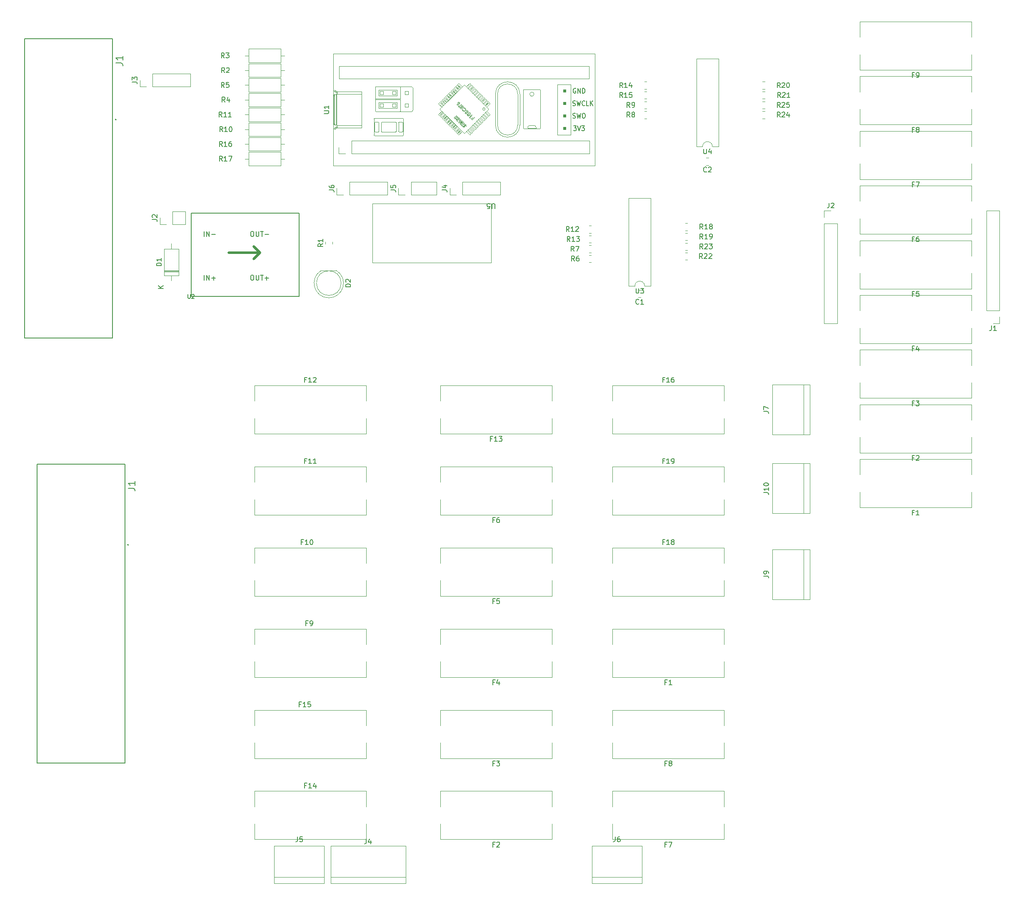
<source format=gbr>
%TF.GenerationSoftware,KiCad,Pcbnew,(6.0.2)*%
%TF.CreationDate,2022-03-14T17:26:10-03:00*%
%TF.ProjectId,painel1,7061696e-656c-4312-9e6b-696361645f70,rev?*%
%TF.SameCoordinates,Original*%
%TF.FileFunction,Legend,Top*%
%TF.FilePolarity,Positive*%
%FSLAX46Y46*%
G04 Gerber Fmt 4.6, Leading zero omitted, Abs format (unit mm)*
G04 Created by KiCad (PCBNEW (6.0.2)) date 2022-03-14 17:26:10*
%MOMM*%
%LPD*%
G01*
G04 APERTURE LIST*
%ADD10C,0.150000*%
%ADD11C,0.120000*%
%ADD12C,0.127000*%
%ADD13C,0.200000*%
%ADD14C,0.500000*%
%ADD15C,0.100000*%
G04 APERTURE END LIST*
D10*
%TO.C,J2*%
X192666666Y-81972380D02*
X192666666Y-82686666D01*
X192619047Y-82829523D01*
X192523809Y-82924761D01*
X192380952Y-82972380D01*
X192285714Y-82972380D01*
X193095238Y-82067619D02*
X193142857Y-82020000D01*
X193238095Y-81972380D01*
X193476190Y-81972380D01*
X193571428Y-82020000D01*
X193619047Y-82067619D01*
X193666666Y-82162857D01*
X193666666Y-82258095D01*
X193619047Y-82400952D01*
X193047619Y-82972380D01*
X193666666Y-82972380D01*
%TO.C,J1*%
X225666666Y-106932380D02*
X225666666Y-107646666D01*
X225619047Y-107789523D01*
X225523809Y-107884761D01*
X225380952Y-107932380D01*
X225285714Y-107932380D01*
X226666666Y-107932380D02*
X226095238Y-107932380D01*
X226380952Y-107932380D02*
X226380952Y-106932380D01*
X226285714Y-107075238D01*
X226190476Y-107170476D01*
X226095238Y-107218095D01*
%TO.C,F5*%
X209916666Y-100428571D02*
X209583333Y-100428571D01*
X209583333Y-100952380D02*
X209583333Y-99952380D01*
X210059523Y-99952380D01*
X210916666Y-99952380D02*
X210440476Y-99952380D01*
X210392857Y-100428571D01*
X210440476Y-100380952D01*
X210535714Y-100333333D01*
X210773809Y-100333333D01*
X210869047Y-100380952D01*
X210916666Y-100428571D01*
X210964285Y-100523809D01*
X210964285Y-100761904D01*
X210916666Y-100857142D01*
X210869047Y-100904761D01*
X210773809Y-100952380D01*
X210535714Y-100952380D01*
X210440476Y-100904761D01*
X210392857Y-100857142D01*
%TO.C,F4*%
X209916666Y-111553571D02*
X209583333Y-111553571D01*
X209583333Y-112077380D02*
X209583333Y-111077380D01*
X210059523Y-111077380D01*
X210869047Y-111410714D02*
X210869047Y-112077380D01*
X210630952Y-111029761D02*
X210392857Y-111744047D01*
X211011904Y-111744047D01*
%TO.C,F8*%
X209916666Y-67053571D02*
X209583333Y-67053571D01*
X209583333Y-67577380D02*
X209583333Y-66577380D01*
X210059523Y-66577380D01*
X210583333Y-67005952D02*
X210488095Y-66958333D01*
X210440476Y-66910714D01*
X210392857Y-66815476D01*
X210392857Y-66767857D01*
X210440476Y-66672619D01*
X210488095Y-66625000D01*
X210583333Y-66577380D01*
X210773809Y-66577380D01*
X210869047Y-66625000D01*
X210916666Y-66672619D01*
X210964285Y-66767857D01*
X210964285Y-66815476D01*
X210916666Y-66910714D01*
X210869047Y-66958333D01*
X210773809Y-67005952D01*
X210583333Y-67005952D01*
X210488095Y-67053571D01*
X210440476Y-67101190D01*
X210392857Y-67196428D01*
X210392857Y-67386904D01*
X210440476Y-67482142D01*
X210488095Y-67529761D01*
X210583333Y-67577380D01*
X210773809Y-67577380D01*
X210869047Y-67529761D01*
X210916666Y-67482142D01*
X210964285Y-67386904D01*
X210964285Y-67196428D01*
X210916666Y-67101190D01*
X210869047Y-67053571D01*
X210773809Y-67005952D01*
%TO.C,F9*%
X209916666Y-55928571D02*
X209583333Y-55928571D01*
X209583333Y-56452380D02*
X209583333Y-55452380D01*
X210059523Y-55452380D01*
X210488095Y-56452380D02*
X210678571Y-56452380D01*
X210773809Y-56404761D01*
X210821428Y-56357142D01*
X210916666Y-56214285D01*
X210964285Y-56023809D01*
X210964285Y-55642857D01*
X210916666Y-55547619D01*
X210869047Y-55500000D01*
X210773809Y-55452380D01*
X210583333Y-55452380D01*
X210488095Y-55500000D01*
X210440476Y-55547619D01*
X210392857Y-55642857D01*
X210392857Y-55880952D01*
X210440476Y-55976190D01*
X210488095Y-56023809D01*
X210583333Y-56071428D01*
X210773809Y-56071428D01*
X210869047Y-56023809D01*
X210916666Y-55976190D01*
X210964285Y-55880952D01*
%TO.C,F6*%
X209916666Y-89303571D02*
X209583333Y-89303571D01*
X209583333Y-89827380D02*
X209583333Y-88827380D01*
X210059523Y-88827380D01*
X210869047Y-88827380D02*
X210678571Y-88827380D01*
X210583333Y-88875000D01*
X210535714Y-88922619D01*
X210440476Y-89065476D01*
X210392857Y-89255952D01*
X210392857Y-89636904D01*
X210440476Y-89732142D01*
X210488095Y-89779761D01*
X210583333Y-89827380D01*
X210773809Y-89827380D01*
X210869047Y-89779761D01*
X210916666Y-89732142D01*
X210964285Y-89636904D01*
X210964285Y-89398809D01*
X210916666Y-89303571D01*
X210869047Y-89255952D01*
X210773809Y-89208333D01*
X210583333Y-89208333D01*
X210488095Y-89255952D01*
X210440476Y-89303571D01*
X210392857Y-89398809D01*
%TO.C,F1*%
X209916666Y-144928571D02*
X209583333Y-144928571D01*
X209583333Y-145452380D02*
X209583333Y-144452380D01*
X210059523Y-144452380D01*
X210964285Y-145452380D02*
X210392857Y-145452380D01*
X210678571Y-145452380D02*
X210678571Y-144452380D01*
X210583333Y-144595238D01*
X210488095Y-144690476D01*
X210392857Y-144738095D01*
%TO.C,F2*%
X209916666Y-133803571D02*
X209583333Y-133803571D01*
X209583333Y-134327380D02*
X209583333Y-133327380D01*
X210059523Y-133327380D01*
X210392857Y-133422619D02*
X210440476Y-133375000D01*
X210535714Y-133327380D01*
X210773809Y-133327380D01*
X210869047Y-133375000D01*
X210916666Y-133422619D01*
X210964285Y-133517857D01*
X210964285Y-133613095D01*
X210916666Y-133755952D01*
X210345238Y-134327380D01*
X210964285Y-134327380D01*
%TO.C,F7*%
X209916666Y-78178571D02*
X209583333Y-78178571D01*
X209583333Y-78702380D02*
X209583333Y-77702380D01*
X210059523Y-77702380D01*
X210345238Y-77702380D02*
X211011904Y-77702380D01*
X210583333Y-78702380D01*
%TO.C,F3*%
X209916666Y-122678571D02*
X209583333Y-122678571D01*
X209583333Y-123202380D02*
X209583333Y-122202380D01*
X210059523Y-122202380D01*
X210345238Y-122202380D02*
X210964285Y-122202380D01*
X210630952Y-122583333D01*
X210773809Y-122583333D01*
X210869047Y-122630952D01*
X210916666Y-122678571D01*
X210964285Y-122773809D01*
X210964285Y-123011904D01*
X210916666Y-123107142D01*
X210869047Y-123154761D01*
X210773809Y-123202380D01*
X210488095Y-123202380D01*
X210392857Y-123154761D01*
X210345238Y-123107142D01*
%TO.C,F8*%
X159666666Y-195928571D02*
X159333333Y-195928571D01*
X159333333Y-196452380D02*
X159333333Y-195452380D01*
X159809523Y-195452380D01*
X160333333Y-195880952D02*
X160238095Y-195833333D01*
X160190476Y-195785714D01*
X160142857Y-195690476D01*
X160142857Y-195642857D01*
X160190476Y-195547619D01*
X160238095Y-195500000D01*
X160333333Y-195452380D01*
X160523809Y-195452380D01*
X160619047Y-195500000D01*
X160666666Y-195547619D01*
X160714285Y-195642857D01*
X160714285Y-195690476D01*
X160666666Y-195785714D01*
X160619047Y-195833333D01*
X160523809Y-195880952D01*
X160333333Y-195880952D01*
X160238095Y-195928571D01*
X160190476Y-195976190D01*
X160142857Y-196071428D01*
X160142857Y-196261904D01*
X160190476Y-196357142D01*
X160238095Y-196404761D01*
X160333333Y-196452380D01*
X160523809Y-196452380D01*
X160619047Y-196404761D01*
X160666666Y-196357142D01*
X160714285Y-196261904D01*
X160714285Y-196071428D01*
X160666666Y-195976190D01*
X160619047Y-195928571D01*
X160523809Y-195880952D01*
%TO.C,F18*%
X159190476Y-150928571D02*
X158857142Y-150928571D01*
X158857142Y-151452380D02*
X158857142Y-150452380D01*
X159333333Y-150452380D01*
X160238095Y-151452380D02*
X159666666Y-151452380D01*
X159952380Y-151452380D02*
X159952380Y-150452380D01*
X159857142Y-150595238D01*
X159761904Y-150690476D01*
X159666666Y-150738095D01*
X160809523Y-150880952D02*
X160714285Y-150833333D01*
X160666666Y-150785714D01*
X160619047Y-150690476D01*
X160619047Y-150642857D01*
X160666666Y-150547619D01*
X160714285Y-150500000D01*
X160809523Y-150452380D01*
X161000000Y-150452380D01*
X161095238Y-150500000D01*
X161142857Y-150547619D01*
X161190476Y-150642857D01*
X161190476Y-150690476D01*
X161142857Y-150785714D01*
X161095238Y-150833333D01*
X161000000Y-150880952D01*
X160809523Y-150880952D01*
X160714285Y-150928571D01*
X160666666Y-150976190D01*
X160619047Y-151071428D01*
X160619047Y-151261904D01*
X160666666Y-151357142D01*
X160714285Y-151404761D01*
X160809523Y-151452380D01*
X161000000Y-151452380D01*
X161095238Y-151404761D01*
X161142857Y-151357142D01*
X161190476Y-151261904D01*
X161190476Y-151071428D01*
X161142857Y-150976190D01*
X161095238Y-150928571D01*
X161000000Y-150880952D01*
%TO.C,F3*%
X124666666Y-195928571D02*
X124333333Y-195928571D01*
X124333333Y-196452380D02*
X124333333Y-195452380D01*
X124809523Y-195452380D01*
X125095238Y-195452380D02*
X125714285Y-195452380D01*
X125380952Y-195833333D01*
X125523809Y-195833333D01*
X125619047Y-195880952D01*
X125666666Y-195928571D01*
X125714285Y-196023809D01*
X125714285Y-196261904D01*
X125666666Y-196357142D01*
X125619047Y-196404761D01*
X125523809Y-196452380D01*
X125238095Y-196452380D01*
X125142857Y-196404761D01*
X125095238Y-196357142D01*
%TO.C,J4*%
X98636666Y-211302380D02*
X98636666Y-212016666D01*
X98589047Y-212159523D01*
X98493809Y-212254761D01*
X98350952Y-212302380D01*
X98255714Y-212302380D01*
X99541428Y-211635714D02*
X99541428Y-212302380D01*
X99303333Y-211254761D02*
X99065238Y-211969047D01*
X99684285Y-211969047D01*
%TO.C,F9*%
X86689386Y-167428571D02*
X86356053Y-167428571D01*
X86356053Y-167952380D02*
X86356053Y-166952380D01*
X86832243Y-166952380D01*
X87260815Y-167952380D02*
X87451291Y-167952380D01*
X87546529Y-167904761D01*
X87594148Y-167857142D01*
X87689386Y-167714285D01*
X87737005Y-167523809D01*
X87737005Y-167142857D01*
X87689386Y-167047619D01*
X87641767Y-167000000D01*
X87546529Y-166952380D01*
X87356053Y-166952380D01*
X87260815Y-167000000D01*
X87213196Y-167047619D01*
X87165577Y-167142857D01*
X87165577Y-167380952D01*
X87213196Y-167476190D01*
X87260815Y-167523809D01*
X87356053Y-167571428D01*
X87546529Y-167571428D01*
X87641767Y-167523809D01*
X87689386Y-167476190D01*
X87737005Y-167380952D01*
%TO.C,F4*%
X124666666Y-179428571D02*
X124333333Y-179428571D01*
X124333333Y-179952380D02*
X124333333Y-178952380D01*
X124809523Y-178952380D01*
X125619047Y-179285714D02*
X125619047Y-179952380D01*
X125380952Y-178904761D02*
X125142857Y-179619047D01*
X125761904Y-179619047D01*
%TO.C,F19*%
X159190476Y-134428571D02*
X158857142Y-134428571D01*
X158857142Y-134952380D02*
X158857142Y-133952380D01*
X159333333Y-133952380D01*
X160238095Y-134952380D02*
X159666666Y-134952380D01*
X159952380Y-134952380D02*
X159952380Y-133952380D01*
X159857142Y-134095238D01*
X159761904Y-134190476D01*
X159666666Y-134238095D01*
X160714285Y-134952380D02*
X160904761Y-134952380D01*
X161000000Y-134904761D01*
X161047619Y-134857142D01*
X161142857Y-134714285D01*
X161190476Y-134523809D01*
X161190476Y-134142857D01*
X161142857Y-134047619D01*
X161095238Y-134000000D01*
X161000000Y-133952380D01*
X160809523Y-133952380D01*
X160714285Y-134000000D01*
X160666666Y-134047619D01*
X160619047Y-134142857D01*
X160619047Y-134380952D01*
X160666666Y-134476190D01*
X160714285Y-134523809D01*
X160809523Y-134571428D01*
X161000000Y-134571428D01*
X161095238Y-134523809D01*
X161142857Y-134476190D01*
X161190476Y-134380952D01*
%TO.C,F15*%
X85304108Y-183928571D02*
X84970774Y-183928571D01*
X84970774Y-184452380D02*
X84970774Y-183452380D01*
X85446965Y-183452380D01*
X86351727Y-184452380D02*
X85780298Y-184452380D01*
X86066012Y-184452380D02*
X86066012Y-183452380D01*
X85970774Y-183595238D01*
X85875536Y-183690476D01*
X85780298Y-183738095D01*
X87256489Y-183452380D02*
X86780298Y-183452380D01*
X86732679Y-183928571D01*
X86780298Y-183880952D01*
X86875536Y-183833333D01*
X87113632Y-183833333D01*
X87208870Y-183880952D01*
X87256489Y-183928571D01*
X87304108Y-184023809D01*
X87304108Y-184261904D01*
X87256489Y-184357142D01*
X87208870Y-184404761D01*
X87113632Y-184452380D01*
X86875536Y-184452380D01*
X86780298Y-184404761D01*
X86732679Y-184357142D01*
%TO.C,J6*%
X149206666Y-210872380D02*
X149206666Y-211586666D01*
X149159047Y-211729523D01*
X149063809Y-211824761D01*
X148920952Y-211872380D01*
X148825714Y-211872380D01*
X150111428Y-210872380D02*
X149920952Y-210872380D01*
X149825714Y-210920000D01*
X149778095Y-210967619D01*
X149682857Y-211110476D01*
X149635238Y-211300952D01*
X149635238Y-211681904D01*
X149682857Y-211777142D01*
X149730476Y-211824761D01*
X149825714Y-211872380D01*
X150016190Y-211872380D01*
X150111428Y-211824761D01*
X150159047Y-211777142D01*
X150206666Y-211681904D01*
X150206666Y-211443809D01*
X150159047Y-211348571D01*
X150111428Y-211300952D01*
X150016190Y-211253333D01*
X149825714Y-211253333D01*
X149730476Y-211300952D01*
X149682857Y-211348571D01*
X149635238Y-211443809D01*
%TO.C,F16*%
X159190476Y-117928571D02*
X158857142Y-117928571D01*
X158857142Y-118452380D02*
X158857142Y-117452380D01*
X159333333Y-117452380D01*
X160238095Y-118452380D02*
X159666666Y-118452380D01*
X159952380Y-118452380D02*
X159952380Y-117452380D01*
X159857142Y-117595238D01*
X159761904Y-117690476D01*
X159666666Y-117738095D01*
X161095238Y-117452380D02*
X160904761Y-117452380D01*
X160809523Y-117500000D01*
X160761904Y-117547619D01*
X160666666Y-117690476D01*
X160619047Y-117880952D01*
X160619047Y-118261904D01*
X160666666Y-118357142D01*
X160714285Y-118404761D01*
X160809523Y-118452380D01*
X161000000Y-118452380D01*
X161095238Y-118404761D01*
X161142857Y-118357142D01*
X161190476Y-118261904D01*
X161190476Y-118023809D01*
X161142857Y-117928571D01*
X161095238Y-117880952D01*
X161000000Y-117833333D01*
X160809523Y-117833333D01*
X160714285Y-117880952D01*
X160666666Y-117928571D01*
X160619047Y-118023809D01*
%TO.C,F2*%
X124666666Y-212428571D02*
X124333333Y-212428571D01*
X124333333Y-212952380D02*
X124333333Y-211952380D01*
X124809523Y-211952380D01*
X125142857Y-212047619D02*
X125190476Y-212000000D01*
X125285714Y-211952380D01*
X125523809Y-211952380D01*
X125619047Y-212000000D01*
X125666666Y-212047619D01*
X125714285Y-212142857D01*
X125714285Y-212238095D01*
X125666666Y-212380952D01*
X125095238Y-212952380D01*
X125714285Y-212952380D01*
%TO.C,F6*%
X124666666Y-146428571D02*
X124333333Y-146428571D01*
X124333333Y-146952380D02*
X124333333Y-145952380D01*
X124809523Y-145952380D01*
X125619047Y-145952380D02*
X125428571Y-145952380D01*
X125333333Y-146000000D01*
X125285714Y-146047619D01*
X125190476Y-146190476D01*
X125142857Y-146380952D01*
X125142857Y-146761904D01*
X125190476Y-146857142D01*
X125238095Y-146904761D01*
X125333333Y-146952380D01*
X125523809Y-146952380D01*
X125619047Y-146904761D01*
X125666666Y-146857142D01*
X125714285Y-146761904D01*
X125714285Y-146523809D01*
X125666666Y-146428571D01*
X125619047Y-146380952D01*
X125523809Y-146333333D01*
X125333333Y-146333333D01*
X125238095Y-146380952D01*
X125190476Y-146428571D01*
X125142857Y-146523809D01*
%TO.C,J9*%
X179372380Y-157833333D02*
X180086666Y-157833333D01*
X180229523Y-157880952D01*
X180324761Y-157976190D01*
X180372380Y-158119047D01*
X180372380Y-158214285D01*
X180372380Y-157309523D02*
X180372380Y-157119047D01*
X180324761Y-157023809D01*
X180277142Y-156976190D01*
X180134285Y-156880952D01*
X179943809Y-156833333D01*
X179562857Y-156833333D01*
X179467619Y-156880952D01*
X179420000Y-156928571D01*
X179372380Y-157023809D01*
X179372380Y-157214285D01*
X179420000Y-157309523D01*
X179467619Y-157357142D01*
X179562857Y-157404761D01*
X179800952Y-157404761D01*
X179896190Y-157357142D01*
X179943809Y-157309523D01*
X179991428Y-157214285D01*
X179991428Y-157023809D01*
X179943809Y-156928571D01*
X179896190Y-156880952D01*
X179800952Y-156833333D01*
%TO.C,J1*%
X50226238Y-139995211D02*
X51227673Y-139995211D01*
X51427959Y-140061973D01*
X51561484Y-140195497D01*
X51628246Y-140395784D01*
X51628246Y-140529309D01*
X51628246Y-138593203D02*
X51628246Y-139394350D01*
X51628246Y-138993776D02*
X50226238Y-138993776D01*
X50426525Y-139127301D01*
X50560050Y-139260825D01*
X50626812Y-139394350D01*
%TO.C,J7*%
X179372380Y-124373333D02*
X180086666Y-124373333D01*
X180229523Y-124420952D01*
X180324761Y-124516190D01*
X180372380Y-124659047D01*
X180372380Y-124754285D01*
X179372380Y-123992380D02*
X179372380Y-123325714D01*
X180372380Y-123754285D01*
%TO.C,F12*%
X86440476Y-117928571D02*
X86107142Y-117928571D01*
X86107142Y-118452380D02*
X86107142Y-117452380D01*
X86583333Y-117452380D01*
X87488095Y-118452380D02*
X86916666Y-118452380D01*
X87202380Y-118452380D02*
X87202380Y-117452380D01*
X87107142Y-117595238D01*
X87011904Y-117690476D01*
X86916666Y-117738095D01*
X87869047Y-117547619D02*
X87916666Y-117500000D01*
X88011904Y-117452380D01*
X88250000Y-117452380D01*
X88345238Y-117500000D01*
X88392857Y-117547619D01*
X88440476Y-117642857D01*
X88440476Y-117738095D01*
X88392857Y-117880952D01*
X87821428Y-118452380D01*
X88440476Y-118452380D01*
%TO.C,F13*%
X124190476Y-129928571D02*
X123857142Y-129928571D01*
X123857142Y-130452380D02*
X123857142Y-129452380D01*
X124333333Y-129452380D01*
X125238095Y-130452380D02*
X124666666Y-130452380D01*
X124952380Y-130452380D02*
X124952380Y-129452380D01*
X124857142Y-129595238D01*
X124761904Y-129690476D01*
X124666666Y-129738095D01*
X125571428Y-129452380D02*
X126190476Y-129452380D01*
X125857142Y-129833333D01*
X126000000Y-129833333D01*
X126095238Y-129880952D01*
X126142857Y-129928571D01*
X126190476Y-130023809D01*
X126190476Y-130261904D01*
X126142857Y-130357142D01*
X126095238Y-130404761D01*
X126000000Y-130452380D01*
X125714285Y-130452380D01*
X125619047Y-130404761D01*
X125571428Y-130357142D01*
%TO.C,F5*%
X124666666Y-162928571D02*
X124333333Y-162928571D01*
X124333333Y-163452380D02*
X124333333Y-162452380D01*
X124809523Y-162452380D01*
X125666666Y-162452380D02*
X125190476Y-162452380D01*
X125142857Y-162928571D01*
X125190476Y-162880952D01*
X125285714Y-162833333D01*
X125523809Y-162833333D01*
X125619047Y-162880952D01*
X125666666Y-162928571D01*
X125714285Y-163023809D01*
X125714285Y-163261904D01*
X125666666Y-163357142D01*
X125619047Y-163404761D01*
X125523809Y-163452380D01*
X125285714Y-163452380D01*
X125190476Y-163404761D01*
X125142857Y-163357142D01*
%TO.C,F14*%
X86440476Y-200428571D02*
X86107142Y-200428571D01*
X86107142Y-200952380D02*
X86107142Y-199952380D01*
X86583333Y-199952380D01*
X87488095Y-200952380D02*
X86916666Y-200952380D01*
X87202380Y-200952380D02*
X87202380Y-199952380D01*
X87107142Y-200095238D01*
X87011904Y-200190476D01*
X86916666Y-200238095D01*
X88345238Y-200285714D02*
X88345238Y-200952380D01*
X88107142Y-199904761D02*
X87869047Y-200619047D01*
X88488095Y-200619047D01*
%TO.C,J5*%
X84666666Y-210872380D02*
X84666666Y-211586666D01*
X84619047Y-211729523D01*
X84523809Y-211824761D01*
X84380952Y-211872380D01*
X84285714Y-211872380D01*
X85619047Y-210872380D02*
X85142857Y-210872380D01*
X85095238Y-211348571D01*
X85142857Y-211300952D01*
X85238095Y-211253333D01*
X85476190Y-211253333D01*
X85571428Y-211300952D01*
X85619047Y-211348571D01*
X85666666Y-211443809D01*
X85666666Y-211681904D01*
X85619047Y-211777142D01*
X85571428Y-211824761D01*
X85476190Y-211872380D01*
X85238095Y-211872380D01*
X85142857Y-211824761D01*
X85095238Y-211777142D01*
%TO.C,J10*%
X179372380Y-140849523D02*
X180086666Y-140849523D01*
X180229523Y-140897142D01*
X180324761Y-140992380D01*
X180372380Y-141135238D01*
X180372380Y-141230476D01*
X180372380Y-139849523D02*
X180372380Y-140420952D01*
X180372380Y-140135238D02*
X179372380Y-140135238D01*
X179515238Y-140230476D01*
X179610476Y-140325714D01*
X179658095Y-140420952D01*
X179372380Y-139230476D02*
X179372380Y-139135238D01*
X179420000Y-139040000D01*
X179467619Y-138992380D01*
X179562857Y-138944761D01*
X179753333Y-138897142D01*
X179991428Y-138897142D01*
X180181904Y-138944761D01*
X180277142Y-138992380D01*
X180324761Y-139040000D01*
X180372380Y-139135238D01*
X180372380Y-139230476D01*
X180324761Y-139325714D01*
X180277142Y-139373333D01*
X180181904Y-139420952D01*
X179991428Y-139468571D01*
X179753333Y-139468571D01*
X179562857Y-139420952D01*
X179467619Y-139373333D01*
X179420000Y-139325714D01*
X179372380Y-139230476D01*
%TO.C,F11*%
X86440476Y-134428571D02*
X86107142Y-134428571D01*
X86107142Y-134952380D02*
X86107142Y-133952380D01*
X86583333Y-133952380D01*
X87488095Y-134952380D02*
X86916666Y-134952380D01*
X87202380Y-134952380D02*
X87202380Y-133952380D01*
X87107142Y-134095238D01*
X87011904Y-134190476D01*
X86916666Y-134238095D01*
X88440476Y-134952380D02*
X87869047Y-134952380D01*
X88154761Y-134952380D02*
X88154761Y-133952380D01*
X88059523Y-134095238D01*
X87964285Y-134190476D01*
X87869047Y-134238095D01*
%TO.C,F10*%
X85758652Y-150928571D02*
X85425318Y-150928571D01*
X85425318Y-151452380D02*
X85425318Y-150452380D01*
X85901509Y-150452380D01*
X86806271Y-151452380D02*
X86234842Y-151452380D01*
X86520556Y-151452380D02*
X86520556Y-150452380D01*
X86425318Y-150595238D01*
X86330080Y-150690476D01*
X86234842Y-150738095D01*
X87425318Y-150452380D02*
X87520556Y-150452380D01*
X87615795Y-150500000D01*
X87663414Y-150547619D01*
X87711033Y-150642857D01*
X87758652Y-150833333D01*
X87758652Y-151071428D01*
X87711033Y-151261904D01*
X87663414Y-151357142D01*
X87615795Y-151404761D01*
X87520556Y-151452380D01*
X87425318Y-151452380D01*
X87330080Y-151404761D01*
X87282461Y-151357142D01*
X87234842Y-151261904D01*
X87187223Y-151071428D01*
X87187223Y-150833333D01*
X87234842Y-150642857D01*
X87282461Y-150547619D01*
X87330080Y-150500000D01*
X87425318Y-150452380D01*
%TO.C,F1*%
X159666666Y-179428571D02*
X159333333Y-179428571D01*
X159333333Y-179952380D02*
X159333333Y-178952380D01*
X159809523Y-178952380D01*
X160714285Y-179952380D02*
X160142857Y-179952380D01*
X160428571Y-179952380D02*
X160428571Y-178952380D01*
X160333333Y-179095238D01*
X160238095Y-179190476D01*
X160142857Y-179238095D01*
%TO.C,F7*%
X159666666Y-212428571D02*
X159333333Y-212428571D01*
X159333333Y-212952380D02*
X159333333Y-211952380D01*
X159809523Y-211952380D01*
X160095238Y-211952380D02*
X160761904Y-211952380D01*
X160333333Y-212952380D01*
%TO.C,R14*%
X150719642Y-58502380D02*
X150386309Y-58026190D01*
X150148214Y-58502380D02*
X150148214Y-57502380D01*
X150529166Y-57502380D01*
X150624404Y-57550000D01*
X150672023Y-57597619D01*
X150719642Y-57692857D01*
X150719642Y-57835714D01*
X150672023Y-57930952D01*
X150624404Y-57978571D01*
X150529166Y-58026190D01*
X150148214Y-58026190D01*
X151672023Y-58502380D02*
X151100595Y-58502380D01*
X151386309Y-58502380D02*
X151386309Y-57502380D01*
X151291071Y-57645238D01*
X151195833Y-57740476D01*
X151100595Y-57788095D01*
X152529166Y-57835714D02*
X152529166Y-58502380D01*
X152291071Y-57454761D02*
X152052976Y-58169047D01*
X152672023Y-58169047D01*
%TO.C,J4*%
X114042380Y-79333333D02*
X114756666Y-79333333D01*
X114899523Y-79380952D01*
X114994761Y-79476190D01*
X115042380Y-79619047D01*
X115042380Y-79714285D01*
X114375714Y-78428571D02*
X115042380Y-78428571D01*
X113994761Y-78666666D02*
X114709047Y-78904761D01*
X114709047Y-78285714D01*
%TO.C,R17*%
X69357142Y-73452380D02*
X69023809Y-72976190D01*
X68785714Y-73452380D02*
X68785714Y-72452380D01*
X69166666Y-72452380D01*
X69261904Y-72500000D01*
X69309523Y-72547619D01*
X69357142Y-72642857D01*
X69357142Y-72785714D01*
X69309523Y-72880952D01*
X69261904Y-72928571D01*
X69166666Y-72976190D01*
X68785714Y-72976190D01*
X70309523Y-73452380D02*
X69738095Y-73452380D01*
X70023809Y-73452380D02*
X70023809Y-72452380D01*
X69928571Y-72595238D01*
X69833333Y-72690476D01*
X69738095Y-72738095D01*
X70642857Y-72452380D02*
X71309523Y-72452380D01*
X70880952Y-73452380D01*
%TO.C,R8*%
X152195833Y-64502380D02*
X151862500Y-64026190D01*
X151624404Y-64502380D02*
X151624404Y-63502380D01*
X152005357Y-63502380D01*
X152100595Y-63550000D01*
X152148214Y-63597619D01*
X152195833Y-63692857D01*
X152195833Y-63835714D01*
X152148214Y-63930952D01*
X152100595Y-63978571D01*
X152005357Y-64026190D01*
X151624404Y-64026190D01*
X152767261Y-63930952D02*
X152672023Y-63883333D01*
X152624404Y-63835714D01*
X152576785Y-63740476D01*
X152576785Y-63692857D01*
X152624404Y-63597619D01*
X152672023Y-63550000D01*
X152767261Y-63502380D01*
X152957738Y-63502380D01*
X153052976Y-63550000D01*
X153100595Y-63597619D01*
X153148214Y-63692857D01*
X153148214Y-63740476D01*
X153100595Y-63835714D01*
X153052976Y-63883333D01*
X152957738Y-63930952D01*
X152767261Y-63930952D01*
X152672023Y-63978571D01*
X152624404Y-64026190D01*
X152576785Y-64121428D01*
X152576785Y-64311904D01*
X152624404Y-64407142D01*
X152672023Y-64454761D01*
X152767261Y-64502380D01*
X152957738Y-64502380D01*
X153052976Y-64454761D01*
X153100595Y-64407142D01*
X153148214Y-64311904D01*
X153148214Y-64121428D01*
X153100595Y-64026190D01*
X153052976Y-63978571D01*
X152957738Y-63930952D01*
%TO.C,U2*%
X62400074Y-100568803D02*
X62400074Y-101206224D01*
X62437570Y-101281215D01*
X62475065Y-101318710D01*
X62550056Y-101356205D01*
X62700037Y-101356205D01*
X62775028Y-101318710D01*
X62812523Y-101281215D01*
X62850018Y-101206224D01*
X62850018Y-100568803D01*
X63187476Y-100643794D02*
X63224972Y-100606299D01*
X63299962Y-100568803D01*
X63487439Y-100568803D01*
X63562430Y-100606299D01*
X63599925Y-100643794D01*
X63637420Y-100718785D01*
X63637420Y-100793775D01*
X63599925Y-100906261D01*
X63149981Y-101356205D01*
X63637420Y-101356205D01*
X65667142Y-97642380D02*
X65667142Y-96642380D01*
X66143333Y-97642380D02*
X66143333Y-96642380D01*
X66714761Y-97642380D01*
X66714761Y-96642380D01*
X67190952Y-97261428D02*
X67952857Y-97261428D01*
X67571904Y-97642380D02*
X67571904Y-96880476D01*
X75350952Y-96642380D02*
X75541428Y-96642380D01*
X75636666Y-96690000D01*
X75731904Y-96785238D01*
X75779523Y-96975714D01*
X75779523Y-97309047D01*
X75731904Y-97499523D01*
X75636666Y-97594761D01*
X75541428Y-97642380D01*
X75350952Y-97642380D01*
X75255714Y-97594761D01*
X75160476Y-97499523D01*
X75112857Y-97309047D01*
X75112857Y-96975714D01*
X75160476Y-96785238D01*
X75255714Y-96690000D01*
X75350952Y-96642380D01*
X76208095Y-96642380D02*
X76208095Y-97451904D01*
X76255714Y-97547142D01*
X76303333Y-97594761D01*
X76398571Y-97642380D01*
X76589047Y-97642380D01*
X76684285Y-97594761D01*
X76731904Y-97547142D01*
X76779523Y-97451904D01*
X76779523Y-96642380D01*
X77112857Y-96642380D02*
X77684285Y-96642380D01*
X77398571Y-97642380D02*
X77398571Y-96642380D01*
X78017619Y-97261428D02*
X78779523Y-97261428D01*
X78398571Y-97642380D02*
X78398571Y-96880476D01*
X65667142Y-88752380D02*
X65667142Y-87752380D01*
X66143333Y-88752380D02*
X66143333Y-87752380D01*
X66714761Y-88752380D01*
X66714761Y-87752380D01*
X67190952Y-88371428D02*
X67952857Y-88371428D01*
X75350952Y-87752380D02*
X75541428Y-87752380D01*
X75636666Y-87800000D01*
X75731904Y-87895238D01*
X75779523Y-88085714D01*
X75779523Y-88419047D01*
X75731904Y-88609523D01*
X75636666Y-88704761D01*
X75541428Y-88752380D01*
X75350952Y-88752380D01*
X75255714Y-88704761D01*
X75160476Y-88609523D01*
X75112857Y-88419047D01*
X75112857Y-88085714D01*
X75160476Y-87895238D01*
X75255714Y-87800000D01*
X75350952Y-87752380D01*
X76208095Y-87752380D02*
X76208095Y-88561904D01*
X76255714Y-88657142D01*
X76303333Y-88704761D01*
X76398571Y-88752380D01*
X76589047Y-88752380D01*
X76684285Y-88704761D01*
X76731904Y-88657142D01*
X76779523Y-88561904D01*
X76779523Y-87752380D01*
X77112857Y-87752380D02*
X77684285Y-87752380D01*
X77398571Y-88752380D02*
X77398571Y-87752380D01*
X78017619Y-88371428D02*
X78779523Y-88371428D01*
%TO.C,R4*%
X69913333Y-61452380D02*
X69580000Y-60976190D01*
X69341904Y-61452380D02*
X69341904Y-60452380D01*
X69722857Y-60452380D01*
X69818095Y-60500000D01*
X69865714Y-60547619D01*
X69913333Y-60642857D01*
X69913333Y-60785714D01*
X69865714Y-60880952D01*
X69818095Y-60928571D01*
X69722857Y-60976190D01*
X69341904Y-60976190D01*
X70770476Y-60785714D02*
X70770476Y-61452380D01*
X70532380Y-60404761D02*
X70294285Y-61119047D01*
X70913333Y-61119047D01*
%TO.C,R18*%
X167032142Y-87279880D02*
X166698809Y-86803690D01*
X166460714Y-87279880D02*
X166460714Y-86279880D01*
X166841666Y-86279880D01*
X166936904Y-86327500D01*
X166984523Y-86375119D01*
X167032142Y-86470357D01*
X167032142Y-86613214D01*
X166984523Y-86708452D01*
X166936904Y-86756071D01*
X166841666Y-86803690D01*
X166460714Y-86803690D01*
X167984523Y-87279880D02*
X167413095Y-87279880D01*
X167698809Y-87279880D02*
X167698809Y-86279880D01*
X167603571Y-86422738D01*
X167508333Y-86517976D01*
X167413095Y-86565595D01*
X168555952Y-86708452D02*
X168460714Y-86660833D01*
X168413095Y-86613214D01*
X168365476Y-86517976D01*
X168365476Y-86470357D01*
X168413095Y-86375119D01*
X168460714Y-86327500D01*
X168555952Y-86279880D01*
X168746428Y-86279880D01*
X168841666Y-86327500D01*
X168889285Y-86375119D01*
X168936904Y-86470357D01*
X168936904Y-86517976D01*
X168889285Y-86613214D01*
X168841666Y-86660833D01*
X168746428Y-86708452D01*
X168555952Y-86708452D01*
X168460714Y-86756071D01*
X168413095Y-86803690D01*
X168365476Y-86898928D01*
X168365476Y-87089404D01*
X168413095Y-87184642D01*
X168460714Y-87232261D01*
X168555952Y-87279880D01*
X168746428Y-87279880D01*
X168841666Y-87232261D01*
X168889285Y-87184642D01*
X168936904Y-87089404D01*
X168936904Y-86898928D01*
X168889285Y-86803690D01*
X168841666Y-86756071D01*
X168746428Y-86708452D01*
%TO.C,R24*%
X182719642Y-64502380D02*
X182386309Y-64026190D01*
X182148214Y-64502380D02*
X182148214Y-63502380D01*
X182529166Y-63502380D01*
X182624404Y-63550000D01*
X182672023Y-63597619D01*
X182719642Y-63692857D01*
X182719642Y-63835714D01*
X182672023Y-63930952D01*
X182624404Y-63978571D01*
X182529166Y-64026190D01*
X182148214Y-64026190D01*
X183100595Y-63597619D02*
X183148214Y-63550000D01*
X183243452Y-63502380D01*
X183481547Y-63502380D01*
X183576785Y-63550000D01*
X183624404Y-63597619D01*
X183672023Y-63692857D01*
X183672023Y-63788095D01*
X183624404Y-63930952D01*
X183052976Y-64502380D01*
X183672023Y-64502380D01*
X184529166Y-63835714D02*
X184529166Y-64502380D01*
X184291071Y-63454761D02*
X184052976Y-64169047D01*
X184672023Y-64169047D01*
%TO.C,R1*%
X89802380Y-90254166D02*
X89326190Y-90587500D01*
X89802380Y-90825595D02*
X88802380Y-90825595D01*
X88802380Y-90444642D01*
X88850000Y-90349404D01*
X88897619Y-90301785D01*
X88992857Y-90254166D01*
X89135714Y-90254166D01*
X89230952Y-90301785D01*
X89278571Y-90349404D01*
X89326190Y-90444642D01*
X89326190Y-90825595D01*
X89802380Y-89301785D02*
X89802380Y-89873214D01*
X89802380Y-89587500D02*
X88802380Y-89587500D01*
X88945238Y-89682738D01*
X89040476Y-89777976D01*
X89088095Y-89873214D01*
%TO.C,U1*%
X90012380Y-63761904D02*
X90821904Y-63761904D01*
X90917142Y-63714285D01*
X90964761Y-63666666D01*
X91012380Y-63571428D01*
X91012380Y-63380952D01*
X90964761Y-63285714D01*
X90917142Y-63238095D01*
X90821904Y-63190476D01*
X90012380Y-63190476D01*
X91012380Y-62190476D02*
X91012380Y-62761904D01*
X91012380Y-62476190D02*
X90012380Y-62476190D01*
X90155238Y-62571428D01*
X90250476Y-62666666D01*
X90298095Y-62761904D01*
X140594285Y-62134761D02*
X140722857Y-62182380D01*
X140937142Y-62182380D01*
X141022857Y-62134761D01*
X141065714Y-62087142D01*
X141108571Y-61991904D01*
X141108571Y-61896666D01*
X141065714Y-61801428D01*
X141022857Y-61753809D01*
X140937142Y-61706190D01*
X140765714Y-61658571D01*
X140680000Y-61610952D01*
X140637142Y-61563333D01*
X140594285Y-61468095D01*
X140594285Y-61372857D01*
X140637142Y-61277619D01*
X140680000Y-61230000D01*
X140765714Y-61182380D01*
X140980000Y-61182380D01*
X141108571Y-61230000D01*
X141408571Y-61182380D02*
X141622857Y-62182380D01*
X141794285Y-61468095D01*
X141965714Y-62182380D01*
X142180000Y-61182380D01*
X143037142Y-62087142D02*
X142994285Y-62134761D01*
X142865714Y-62182380D01*
X142780000Y-62182380D01*
X142651428Y-62134761D01*
X142565714Y-62039523D01*
X142522857Y-61944285D01*
X142480000Y-61753809D01*
X142480000Y-61610952D01*
X142522857Y-61420476D01*
X142565714Y-61325238D01*
X142651428Y-61230000D01*
X142780000Y-61182380D01*
X142865714Y-61182380D01*
X142994285Y-61230000D01*
X143037142Y-61277619D01*
X143851428Y-62182380D02*
X143422857Y-62182380D01*
X143422857Y-61182380D01*
X144151428Y-62182380D02*
X144151428Y-61182380D01*
X144665714Y-62182380D02*
X144280000Y-61610952D01*
X144665714Y-61182380D02*
X144151428Y-61753809D01*
X141182285Y-58690000D02*
X141096571Y-58642380D01*
X140968000Y-58642380D01*
X140839428Y-58690000D01*
X140753714Y-58785238D01*
X140710857Y-58880476D01*
X140668000Y-59070952D01*
X140668000Y-59213809D01*
X140710857Y-59404285D01*
X140753714Y-59499523D01*
X140839428Y-59594761D01*
X140968000Y-59642380D01*
X141053714Y-59642380D01*
X141182285Y-59594761D01*
X141225142Y-59547142D01*
X141225142Y-59213809D01*
X141053714Y-59213809D01*
X141610857Y-59642380D02*
X141610857Y-58642380D01*
X142125142Y-59642380D01*
X142125142Y-58642380D01*
X142553714Y-59642380D02*
X142553714Y-58642380D01*
X142768000Y-58642380D01*
X142896571Y-58690000D01*
X142982285Y-58785238D01*
X143025142Y-58880476D01*
X143068000Y-59070952D01*
X143068000Y-59213809D01*
X143025142Y-59404285D01*
X142982285Y-59499523D01*
X142896571Y-59594761D01*
X142768000Y-59642380D01*
X142553714Y-59642380D01*
X140753714Y-66262380D02*
X141310857Y-66262380D01*
X141010857Y-66643333D01*
X141139428Y-66643333D01*
X141225142Y-66690952D01*
X141268000Y-66738571D01*
X141310857Y-66833809D01*
X141310857Y-67071904D01*
X141268000Y-67167142D01*
X141225142Y-67214761D01*
X141139428Y-67262380D01*
X140882285Y-67262380D01*
X140796571Y-67214761D01*
X140753714Y-67167142D01*
X141568000Y-66262380D02*
X141868000Y-67262380D01*
X142168000Y-66262380D01*
X142382285Y-66262380D02*
X142939428Y-66262380D01*
X142639428Y-66643333D01*
X142768000Y-66643333D01*
X142853714Y-66690952D01*
X142896571Y-66738571D01*
X142939428Y-66833809D01*
X142939428Y-67071904D01*
X142896571Y-67167142D01*
X142853714Y-67214761D01*
X142768000Y-67262380D01*
X142510857Y-67262380D01*
X142425142Y-67214761D01*
X142382285Y-67167142D01*
X140625142Y-64674761D02*
X140753714Y-64722380D01*
X140968000Y-64722380D01*
X141053714Y-64674761D01*
X141096571Y-64627142D01*
X141139428Y-64531904D01*
X141139428Y-64436666D01*
X141096571Y-64341428D01*
X141053714Y-64293809D01*
X140968000Y-64246190D01*
X140796571Y-64198571D01*
X140710857Y-64150952D01*
X140668000Y-64103333D01*
X140625142Y-64008095D01*
X140625142Y-63912857D01*
X140668000Y-63817619D01*
X140710857Y-63770000D01*
X140796571Y-63722380D01*
X141010857Y-63722380D01*
X141139428Y-63770000D01*
X141439428Y-63722380D02*
X141653714Y-64722380D01*
X141825142Y-64008095D01*
X141996571Y-64722380D01*
X142210857Y-63722380D01*
X142725142Y-63722380D02*
X142896571Y-63722380D01*
X142982285Y-63770000D01*
X143068000Y-63865238D01*
X143110857Y-64055714D01*
X143110857Y-64389047D01*
X143068000Y-64579523D01*
X142982285Y-64674761D01*
X142896571Y-64722380D01*
X142725142Y-64722380D01*
X142639428Y-64674761D01*
X142553714Y-64579523D01*
X142510857Y-64389047D01*
X142510857Y-64055714D01*
X142553714Y-63865238D01*
X142639428Y-63770000D01*
X142725142Y-63722380D01*
%TO.C,R20*%
X182719642Y-58502380D02*
X182386309Y-58026190D01*
X182148214Y-58502380D02*
X182148214Y-57502380D01*
X182529166Y-57502380D01*
X182624404Y-57550000D01*
X182672023Y-57597619D01*
X182719642Y-57692857D01*
X182719642Y-57835714D01*
X182672023Y-57930952D01*
X182624404Y-57978571D01*
X182529166Y-58026190D01*
X182148214Y-58026190D01*
X183100595Y-57597619D02*
X183148214Y-57550000D01*
X183243452Y-57502380D01*
X183481547Y-57502380D01*
X183576785Y-57550000D01*
X183624404Y-57597619D01*
X183672023Y-57692857D01*
X183672023Y-57788095D01*
X183624404Y-57930952D01*
X183052976Y-58502380D01*
X183672023Y-58502380D01*
X184291071Y-57502380D02*
X184386309Y-57502380D01*
X184481547Y-57550000D01*
X184529166Y-57597619D01*
X184576785Y-57692857D01*
X184624404Y-57883333D01*
X184624404Y-58121428D01*
X184576785Y-58311904D01*
X184529166Y-58407142D01*
X184481547Y-58454761D01*
X184386309Y-58502380D01*
X184291071Y-58502380D01*
X184195833Y-58454761D01*
X184148214Y-58407142D01*
X184100595Y-58311904D01*
X184052976Y-58121428D01*
X184052976Y-57883333D01*
X184100595Y-57692857D01*
X184148214Y-57597619D01*
X184195833Y-57550000D01*
X184291071Y-57502380D01*
%TO.C,R16*%
X69357142Y-70452380D02*
X69023809Y-69976190D01*
X68785714Y-70452380D02*
X68785714Y-69452380D01*
X69166666Y-69452380D01*
X69261904Y-69500000D01*
X69309523Y-69547619D01*
X69357142Y-69642857D01*
X69357142Y-69785714D01*
X69309523Y-69880952D01*
X69261904Y-69928571D01*
X69166666Y-69976190D01*
X68785714Y-69976190D01*
X70309523Y-70452380D02*
X69738095Y-70452380D01*
X70023809Y-70452380D02*
X70023809Y-69452380D01*
X69928571Y-69595238D01*
X69833333Y-69690476D01*
X69738095Y-69738095D01*
X71166666Y-69452380D02*
X70976190Y-69452380D01*
X70880952Y-69500000D01*
X70833333Y-69547619D01*
X70738095Y-69690476D01*
X70690476Y-69880952D01*
X70690476Y-70261904D01*
X70738095Y-70357142D01*
X70785714Y-70404761D01*
X70880952Y-70452380D01*
X71071428Y-70452380D01*
X71166666Y-70404761D01*
X71214285Y-70357142D01*
X71261904Y-70261904D01*
X71261904Y-70023809D01*
X71214285Y-69928571D01*
X71166666Y-69880952D01*
X71071428Y-69833333D01*
X70880952Y-69833333D01*
X70785714Y-69880952D01*
X70738095Y-69928571D01*
X70690476Y-70023809D01*
%TO.C,R5*%
X69753333Y-58452380D02*
X69420000Y-57976190D01*
X69181904Y-58452380D02*
X69181904Y-57452380D01*
X69562857Y-57452380D01*
X69658095Y-57500000D01*
X69705714Y-57547619D01*
X69753333Y-57642857D01*
X69753333Y-57785714D01*
X69705714Y-57880952D01*
X69658095Y-57928571D01*
X69562857Y-57976190D01*
X69181904Y-57976190D01*
X70658095Y-57452380D02*
X70181904Y-57452380D01*
X70134285Y-57928571D01*
X70181904Y-57880952D01*
X70277142Y-57833333D01*
X70515238Y-57833333D01*
X70610476Y-57880952D01*
X70658095Y-57928571D01*
X70705714Y-58023809D01*
X70705714Y-58261904D01*
X70658095Y-58357142D01*
X70610476Y-58404761D01*
X70515238Y-58452380D01*
X70277142Y-58452380D01*
X70181904Y-58404761D01*
X70134285Y-58357142D01*
%TO.C,R22*%
X166944642Y-93279880D02*
X166611309Y-92803690D01*
X166373214Y-93279880D02*
X166373214Y-92279880D01*
X166754166Y-92279880D01*
X166849404Y-92327500D01*
X166897023Y-92375119D01*
X166944642Y-92470357D01*
X166944642Y-92613214D01*
X166897023Y-92708452D01*
X166849404Y-92756071D01*
X166754166Y-92803690D01*
X166373214Y-92803690D01*
X167325595Y-92375119D02*
X167373214Y-92327500D01*
X167468452Y-92279880D01*
X167706547Y-92279880D01*
X167801785Y-92327500D01*
X167849404Y-92375119D01*
X167897023Y-92470357D01*
X167897023Y-92565595D01*
X167849404Y-92708452D01*
X167277976Y-93279880D01*
X167897023Y-93279880D01*
X168277976Y-92375119D02*
X168325595Y-92327500D01*
X168420833Y-92279880D01*
X168658928Y-92279880D01*
X168754166Y-92327500D01*
X168801785Y-92375119D01*
X168849404Y-92470357D01*
X168849404Y-92565595D01*
X168801785Y-92708452D01*
X168230357Y-93279880D01*
X168849404Y-93279880D01*
%TO.C,J2*%
X55122380Y-85333333D02*
X55836666Y-85333333D01*
X55979523Y-85380952D01*
X56074761Y-85476190D01*
X56122380Y-85619047D01*
X56122380Y-85714285D01*
X55217619Y-84904761D02*
X55170000Y-84857142D01*
X55122380Y-84761904D01*
X55122380Y-84523809D01*
X55170000Y-84428571D01*
X55217619Y-84380952D01*
X55312857Y-84333333D01*
X55408095Y-84333333D01*
X55550952Y-84380952D01*
X56122380Y-84952380D01*
X56122380Y-84333333D01*
%TO.C,U5*%
X124731904Y-83110119D02*
X124731904Y-82300595D01*
X124684285Y-82205357D01*
X124636666Y-82157738D01*
X124541428Y-82110119D01*
X124350952Y-82110119D01*
X124255714Y-82157738D01*
X124208095Y-82205357D01*
X124160476Y-82300595D01*
X124160476Y-83110119D01*
X123208095Y-83110119D02*
X123684285Y-83110119D01*
X123731904Y-82633928D01*
X123684285Y-82681547D01*
X123589047Y-82729166D01*
X123350952Y-82729166D01*
X123255714Y-82681547D01*
X123208095Y-82633928D01*
X123160476Y-82538690D01*
X123160476Y-82300595D01*
X123208095Y-82205357D01*
X123255714Y-82157738D01*
X123350952Y-82110119D01*
X123589047Y-82110119D01*
X123684285Y-82157738D01*
X123731904Y-82205357D01*
%TO.C,J1*%
X47726238Y-53495211D02*
X48727673Y-53495211D01*
X48927959Y-53561973D01*
X49061484Y-53695497D01*
X49128246Y-53895784D01*
X49128246Y-54029309D01*
X49128246Y-52093203D02*
X49128246Y-52894350D01*
X49128246Y-52493776D02*
X47726238Y-52493776D01*
X47926525Y-52627301D01*
X48060050Y-52760825D01*
X48126812Y-52894350D01*
%TO.C,D2*%
X95412380Y-99008095D02*
X94412380Y-99008095D01*
X94412380Y-98770000D01*
X94460000Y-98627142D01*
X94555238Y-98531904D01*
X94650476Y-98484285D01*
X94840952Y-98436666D01*
X94983809Y-98436666D01*
X95174285Y-98484285D01*
X95269523Y-98531904D01*
X95364761Y-98627142D01*
X95412380Y-98770000D01*
X95412380Y-99008095D01*
X94507619Y-98055714D02*
X94460000Y-98008095D01*
X94412380Y-97912857D01*
X94412380Y-97674761D01*
X94460000Y-97579523D01*
X94507619Y-97531904D01*
X94602857Y-97484285D01*
X94698095Y-97484285D01*
X94840952Y-97531904D01*
X95412380Y-98103333D01*
X95412380Y-97484285D01*
%TO.C,R15*%
X150719642Y-60502380D02*
X150386309Y-60026190D01*
X150148214Y-60502380D02*
X150148214Y-59502380D01*
X150529166Y-59502380D01*
X150624404Y-59550000D01*
X150672023Y-59597619D01*
X150719642Y-59692857D01*
X150719642Y-59835714D01*
X150672023Y-59930952D01*
X150624404Y-59978571D01*
X150529166Y-60026190D01*
X150148214Y-60026190D01*
X151672023Y-60502380D02*
X151100595Y-60502380D01*
X151386309Y-60502380D02*
X151386309Y-59502380D01*
X151291071Y-59645238D01*
X151195833Y-59740476D01*
X151100595Y-59788095D01*
X152576785Y-59502380D02*
X152100595Y-59502380D01*
X152052976Y-59978571D01*
X152100595Y-59930952D01*
X152195833Y-59883333D01*
X152433928Y-59883333D01*
X152529166Y-59930952D01*
X152576785Y-59978571D01*
X152624404Y-60073809D01*
X152624404Y-60311904D01*
X152576785Y-60407142D01*
X152529166Y-60454761D01*
X152433928Y-60502380D01*
X152195833Y-60502380D01*
X152100595Y-60454761D01*
X152052976Y-60407142D01*
%TO.C,R21*%
X182807142Y-60502380D02*
X182473809Y-60026190D01*
X182235714Y-60502380D02*
X182235714Y-59502380D01*
X182616666Y-59502380D01*
X182711904Y-59550000D01*
X182759523Y-59597619D01*
X182807142Y-59692857D01*
X182807142Y-59835714D01*
X182759523Y-59930952D01*
X182711904Y-59978571D01*
X182616666Y-60026190D01*
X182235714Y-60026190D01*
X183188095Y-59597619D02*
X183235714Y-59550000D01*
X183330952Y-59502380D01*
X183569047Y-59502380D01*
X183664285Y-59550000D01*
X183711904Y-59597619D01*
X183759523Y-59692857D01*
X183759523Y-59788095D01*
X183711904Y-59930952D01*
X183140476Y-60502380D01*
X183759523Y-60502380D01*
X184711904Y-60502380D02*
X184140476Y-60502380D01*
X184426190Y-60502380D02*
X184426190Y-59502380D01*
X184330952Y-59645238D01*
X184235714Y-59740476D01*
X184140476Y-59788095D01*
%TO.C,R7*%
X140833333Y-91779880D02*
X140500000Y-91303690D01*
X140261904Y-91779880D02*
X140261904Y-90779880D01*
X140642857Y-90779880D01*
X140738095Y-90827500D01*
X140785714Y-90875119D01*
X140833333Y-90970357D01*
X140833333Y-91113214D01*
X140785714Y-91208452D01*
X140738095Y-91256071D01*
X140642857Y-91303690D01*
X140261904Y-91303690D01*
X141166666Y-90779880D02*
X141833333Y-90779880D01*
X141404761Y-91779880D01*
%TO.C,J3*%
X51042380Y-57333333D02*
X51756666Y-57333333D01*
X51899523Y-57380952D01*
X51994761Y-57476190D01*
X52042380Y-57619047D01*
X52042380Y-57714285D01*
X51042380Y-56952380D02*
X51042380Y-56333333D01*
X51423333Y-56666666D01*
X51423333Y-56523809D01*
X51470952Y-56428571D01*
X51518571Y-56380952D01*
X51613809Y-56333333D01*
X51851904Y-56333333D01*
X51947142Y-56380952D01*
X51994761Y-56428571D01*
X52042380Y-56523809D01*
X52042380Y-56809523D01*
X51994761Y-56904761D01*
X51947142Y-56952380D01*
%TO.C,C2*%
X167783333Y-75587142D02*
X167735714Y-75634761D01*
X167592857Y-75682380D01*
X167497619Y-75682380D01*
X167354761Y-75634761D01*
X167259523Y-75539523D01*
X167211904Y-75444285D01*
X167164285Y-75253809D01*
X167164285Y-75110952D01*
X167211904Y-74920476D01*
X167259523Y-74825238D01*
X167354761Y-74730000D01*
X167497619Y-74682380D01*
X167592857Y-74682380D01*
X167735714Y-74730000D01*
X167783333Y-74777619D01*
X168164285Y-74777619D02*
X168211904Y-74730000D01*
X168307142Y-74682380D01*
X168545238Y-74682380D01*
X168640476Y-74730000D01*
X168688095Y-74777619D01*
X168735714Y-74872857D01*
X168735714Y-74968095D01*
X168688095Y-75110952D01*
X168116666Y-75682380D01*
X168735714Y-75682380D01*
%TO.C,R6*%
X140920833Y-93779880D02*
X140587500Y-93303690D01*
X140349404Y-93779880D02*
X140349404Y-92779880D01*
X140730357Y-92779880D01*
X140825595Y-92827500D01*
X140873214Y-92875119D01*
X140920833Y-92970357D01*
X140920833Y-93113214D01*
X140873214Y-93208452D01*
X140825595Y-93256071D01*
X140730357Y-93303690D01*
X140349404Y-93303690D01*
X141777976Y-92779880D02*
X141587500Y-92779880D01*
X141492261Y-92827500D01*
X141444642Y-92875119D01*
X141349404Y-93017976D01*
X141301785Y-93208452D01*
X141301785Y-93589404D01*
X141349404Y-93684642D01*
X141397023Y-93732261D01*
X141492261Y-93779880D01*
X141682738Y-93779880D01*
X141777976Y-93732261D01*
X141825595Y-93684642D01*
X141873214Y-93589404D01*
X141873214Y-93351309D01*
X141825595Y-93256071D01*
X141777976Y-93208452D01*
X141682738Y-93160833D01*
X141492261Y-93160833D01*
X141397023Y-93208452D01*
X141349404Y-93256071D01*
X141301785Y-93351309D01*
%TO.C,R9*%
X152195833Y-62502380D02*
X151862500Y-62026190D01*
X151624404Y-62502380D02*
X151624404Y-61502380D01*
X152005357Y-61502380D01*
X152100595Y-61550000D01*
X152148214Y-61597619D01*
X152195833Y-61692857D01*
X152195833Y-61835714D01*
X152148214Y-61930952D01*
X152100595Y-61978571D01*
X152005357Y-62026190D01*
X151624404Y-62026190D01*
X152672023Y-62502380D02*
X152862500Y-62502380D01*
X152957738Y-62454761D01*
X153005357Y-62407142D01*
X153100595Y-62264285D01*
X153148214Y-62073809D01*
X153148214Y-61692857D01*
X153100595Y-61597619D01*
X153052976Y-61550000D01*
X152957738Y-61502380D01*
X152767261Y-61502380D01*
X152672023Y-61550000D01*
X152624404Y-61597619D01*
X152576785Y-61692857D01*
X152576785Y-61930952D01*
X152624404Y-62026190D01*
X152672023Y-62073809D01*
X152767261Y-62121428D01*
X152957738Y-62121428D01*
X153052976Y-62073809D01*
X153100595Y-62026190D01*
X153148214Y-61930952D01*
%TO.C,R3*%
X69753333Y-52452380D02*
X69420000Y-51976190D01*
X69181904Y-52452380D02*
X69181904Y-51452380D01*
X69562857Y-51452380D01*
X69658095Y-51500000D01*
X69705714Y-51547619D01*
X69753333Y-51642857D01*
X69753333Y-51785714D01*
X69705714Y-51880952D01*
X69658095Y-51928571D01*
X69562857Y-51976190D01*
X69181904Y-51976190D01*
X70086666Y-51452380D02*
X70705714Y-51452380D01*
X70372380Y-51833333D01*
X70515238Y-51833333D01*
X70610476Y-51880952D01*
X70658095Y-51928571D01*
X70705714Y-52023809D01*
X70705714Y-52261904D01*
X70658095Y-52357142D01*
X70610476Y-52404761D01*
X70515238Y-52452380D01*
X70229523Y-52452380D01*
X70134285Y-52404761D01*
X70086666Y-52357142D01*
%TO.C,R10*%
X69437142Y-67452380D02*
X69103809Y-66976190D01*
X68865714Y-67452380D02*
X68865714Y-66452380D01*
X69246666Y-66452380D01*
X69341904Y-66500000D01*
X69389523Y-66547619D01*
X69437142Y-66642857D01*
X69437142Y-66785714D01*
X69389523Y-66880952D01*
X69341904Y-66928571D01*
X69246666Y-66976190D01*
X68865714Y-66976190D01*
X70389523Y-67452380D02*
X69818095Y-67452380D01*
X70103809Y-67452380D02*
X70103809Y-66452380D01*
X70008571Y-66595238D01*
X69913333Y-66690476D01*
X69818095Y-66738095D01*
X71008571Y-66452380D02*
X71103809Y-66452380D01*
X71199047Y-66500000D01*
X71246666Y-66547619D01*
X71294285Y-66642857D01*
X71341904Y-66833333D01*
X71341904Y-67071428D01*
X71294285Y-67261904D01*
X71246666Y-67357142D01*
X71199047Y-67404761D01*
X71103809Y-67452380D01*
X71008571Y-67452380D01*
X70913333Y-67404761D01*
X70865714Y-67357142D01*
X70818095Y-67261904D01*
X70770476Y-67071428D01*
X70770476Y-66833333D01*
X70818095Y-66642857D01*
X70865714Y-66547619D01*
X70913333Y-66500000D01*
X71008571Y-66452380D01*
%TO.C,R23*%
X167032142Y-91279880D02*
X166698809Y-90803690D01*
X166460714Y-91279880D02*
X166460714Y-90279880D01*
X166841666Y-90279880D01*
X166936904Y-90327500D01*
X166984523Y-90375119D01*
X167032142Y-90470357D01*
X167032142Y-90613214D01*
X166984523Y-90708452D01*
X166936904Y-90756071D01*
X166841666Y-90803690D01*
X166460714Y-90803690D01*
X167413095Y-90375119D02*
X167460714Y-90327500D01*
X167555952Y-90279880D01*
X167794047Y-90279880D01*
X167889285Y-90327500D01*
X167936904Y-90375119D01*
X167984523Y-90470357D01*
X167984523Y-90565595D01*
X167936904Y-90708452D01*
X167365476Y-91279880D01*
X167984523Y-91279880D01*
X168317857Y-90279880D02*
X168936904Y-90279880D01*
X168603571Y-90660833D01*
X168746428Y-90660833D01*
X168841666Y-90708452D01*
X168889285Y-90756071D01*
X168936904Y-90851309D01*
X168936904Y-91089404D01*
X168889285Y-91184642D01*
X168841666Y-91232261D01*
X168746428Y-91279880D01*
X168460714Y-91279880D01*
X168365476Y-91232261D01*
X168317857Y-91184642D01*
%TO.C,R12*%
X139857142Y-87779880D02*
X139523809Y-87303690D01*
X139285714Y-87779880D02*
X139285714Y-86779880D01*
X139666666Y-86779880D01*
X139761904Y-86827500D01*
X139809523Y-86875119D01*
X139857142Y-86970357D01*
X139857142Y-87113214D01*
X139809523Y-87208452D01*
X139761904Y-87256071D01*
X139666666Y-87303690D01*
X139285714Y-87303690D01*
X140809523Y-87779880D02*
X140238095Y-87779880D01*
X140523809Y-87779880D02*
X140523809Y-86779880D01*
X140428571Y-86922738D01*
X140333333Y-87017976D01*
X140238095Y-87065595D01*
X141190476Y-86875119D02*
X141238095Y-86827500D01*
X141333333Y-86779880D01*
X141571428Y-86779880D01*
X141666666Y-86827500D01*
X141714285Y-86875119D01*
X141761904Y-86970357D01*
X141761904Y-87065595D01*
X141714285Y-87208452D01*
X141142857Y-87779880D01*
X141761904Y-87779880D01*
%TO.C,U3*%
X153428095Y-99322380D02*
X153428095Y-100131904D01*
X153475714Y-100227142D01*
X153523333Y-100274761D01*
X153618571Y-100322380D01*
X153809047Y-100322380D01*
X153904285Y-100274761D01*
X153951904Y-100227142D01*
X153999523Y-100131904D01*
X153999523Y-99322380D01*
X154380476Y-99322380D02*
X154999523Y-99322380D01*
X154666190Y-99703333D01*
X154809047Y-99703333D01*
X154904285Y-99750952D01*
X154951904Y-99798571D01*
X154999523Y-99893809D01*
X154999523Y-100131904D01*
X154951904Y-100227142D01*
X154904285Y-100274761D01*
X154809047Y-100322380D01*
X154523333Y-100322380D01*
X154428095Y-100274761D01*
X154380476Y-100227142D01*
%TO.C,D1*%
X56982380Y-94738095D02*
X55982380Y-94738095D01*
X55982380Y-94500000D01*
X56030000Y-94357142D01*
X56125238Y-94261904D01*
X56220476Y-94214285D01*
X56410952Y-94166666D01*
X56553809Y-94166666D01*
X56744285Y-94214285D01*
X56839523Y-94261904D01*
X56934761Y-94357142D01*
X56982380Y-94500000D01*
X56982380Y-94738095D01*
X56982380Y-93214285D02*
X56982380Y-93785714D01*
X56982380Y-93500000D02*
X55982380Y-93500000D01*
X56125238Y-93595238D01*
X56220476Y-93690476D01*
X56268095Y-93785714D01*
X57352380Y-99341904D02*
X56352380Y-99341904D01*
X57352380Y-98770476D02*
X56780952Y-99199047D01*
X56352380Y-98770476D02*
X56923809Y-99341904D01*
%TO.C,R19*%
X167032142Y-89279880D02*
X166698809Y-88803690D01*
X166460714Y-89279880D02*
X166460714Y-88279880D01*
X166841666Y-88279880D01*
X166936904Y-88327500D01*
X166984523Y-88375119D01*
X167032142Y-88470357D01*
X167032142Y-88613214D01*
X166984523Y-88708452D01*
X166936904Y-88756071D01*
X166841666Y-88803690D01*
X166460714Y-88803690D01*
X167984523Y-89279880D02*
X167413095Y-89279880D01*
X167698809Y-89279880D02*
X167698809Y-88279880D01*
X167603571Y-88422738D01*
X167508333Y-88517976D01*
X167413095Y-88565595D01*
X168460714Y-89279880D02*
X168651190Y-89279880D01*
X168746428Y-89232261D01*
X168794047Y-89184642D01*
X168889285Y-89041785D01*
X168936904Y-88851309D01*
X168936904Y-88470357D01*
X168889285Y-88375119D01*
X168841666Y-88327500D01*
X168746428Y-88279880D01*
X168555952Y-88279880D01*
X168460714Y-88327500D01*
X168413095Y-88375119D01*
X168365476Y-88470357D01*
X168365476Y-88708452D01*
X168413095Y-88803690D01*
X168460714Y-88851309D01*
X168555952Y-88898928D01*
X168746428Y-88898928D01*
X168841666Y-88851309D01*
X168889285Y-88803690D01*
X168936904Y-88708452D01*
%TO.C,R25*%
X182719642Y-62502380D02*
X182386309Y-62026190D01*
X182148214Y-62502380D02*
X182148214Y-61502380D01*
X182529166Y-61502380D01*
X182624404Y-61550000D01*
X182672023Y-61597619D01*
X182719642Y-61692857D01*
X182719642Y-61835714D01*
X182672023Y-61930952D01*
X182624404Y-61978571D01*
X182529166Y-62026190D01*
X182148214Y-62026190D01*
X183100595Y-61597619D02*
X183148214Y-61550000D01*
X183243452Y-61502380D01*
X183481547Y-61502380D01*
X183576785Y-61550000D01*
X183624404Y-61597619D01*
X183672023Y-61692857D01*
X183672023Y-61788095D01*
X183624404Y-61930952D01*
X183052976Y-62502380D01*
X183672023Y-62502380D01*
X184576785Y-61502380D02*
X184100595Y-61502380D01*
X184052976Y-61978571D01*
X184100595Y-61930952D01*
X184195833Y-61883333D01*
X184433928Y-61883333D01*
X184529166Y-61930952D01*
X184576785Y-61978571D01*
X184624404Y-62073809D01*
X184624404Y-62311904D01*
X184576785Y-62407142D01*
X184529166Y-62454761D01*
X184433928Y-62502380D01*
X184195833Y-62502380D01*
X184100595Y-62454761D01*
X184052976Y-62407142D01*
%TO.C,U4*%
X167203095Y-70957380D02*
X167203095Y-71766904D01*
X167250714Y-71862142D01*
X167298333Y-71909761D01*
X167393571Y-71957380D01*
X167584047Y-71957380D01*
X167679285Y-71909761D01*
X167726904Y-71862142D01*
X167774523Y-71766904D01*
X167774523Y-70957380D01*
X168679285Y-71290714D02*
X168679285Y-71957380D01*
X168441190Y-70909761D02*
X168203095Y-71624047D01*
X168822142Y-71624047D01*
%TO.C,J5*%
X103597380Y-79333333D02*
X104311666Y-79333333D01*
X104454523Y-79380952D01*
X104549761Y-79476190D01*
X104597380Y-79619047D01*
X104597380Y-79714285D01*
X103597380Y-78380952D02*
X103597380Y-78857142D01*
X104073571Y-78904761D01*
X104025952Y-78857142D01*
X103978333Y-78761904D01*
X103978333Y-78523809D01*
X104025952Y-78428571D01*
X104073571Y-78380952D01*
X104168809Y-78333333D01*
X104406904Y-78333333D01*
X104502142Y-78380952D01*
X104549761Y-78428571D01*
X104597380Y-78523809D01*
X104597380Y-78761904D01*
X104549761Y-78857142D01*
X104502142Y-78904761D01*
%TO.C,J6*%
X91072380Y-79333333D02*
X91786666Y-79333333D01*
X91929523Y-79380952D01*
X92024761Y-79476190D01*
X92072380Y-79619047D01*
X92072380Y-79714285D01*
X91072380Y-78428571D02*
X91072380Y-78619047D01*
X91120000Y-78714285D01*
X91167619Y-78761904D01*
X91310476Y-78857142D01*
X91500952Y-78904761D01*
X91881904Y-78904761D01*
X91977142Y-78857142D01*
X92024761Y-78809523D01*
X92072380Y-78714285D01*
X92072380Y-78523809D01*
X92024761Y-78428571D01*
X91977142Y-78380952D01*
X91881904Y-78333333D01*
X91643809Y-78333333D01*
X91548571Y-78380952D01*
X91500952Y-78428571D01*
X91453333Y-78523809D01*
X91453333Y-78714285D01*
X91500952Y-78809523D01*
X91548571Y-78857142D01*
X91643809Y-78904761D01*
%TO.C,C1*%
X154008333Y-102452142D02*
X153960714Y-102499761D01*
X153817857Y-102547380D01*
X153722619Y-102547380D01*
X153579761Y-102499761D01*
X153484523Y-102404523D01*
X153436904Y-102309285D01*
X153389285Y-102118809D01*
X153389285Y-101975952D01*
X153436904Y-101785476D01*
X153484523Y-101690238D01*
X153579761Y-101595000D01*
X153722619Y-101547380D01*
X153817857Y-101547380D01*
X153960714Y-101595000D01*
X154008333Y-101642619D01*
X154960714Y-102547380D02*
X154389285Y-102547380D01*
X154675000Y-102547380D02*
X154675000Y-101547380D01*
X154579761Y-101690238D01*
X154484523Y-101785476D01*
X154389285Y-101833095D01*
%TO.C,R13*%
X140032142Y-89779880D02*
X139698809Y-89303690D01*
X139460714Y-89779880D02*
X139460714Y-88779880D01*
X139841666Y-88779880D01*
X139936904Y-88827500D01*
X139984523Y-88875119D01*
X140032142Y-88970357D01*
X140032142Y-89113214D01*
X139984523Y-89208452D01*
X139936904Y-89256071D01*
X139841666Y-89303690D01*
X139460714Y-89303690D01*
X140984523Y-89779880D02*
X140413095Y-89779880D01*
X140698809Y-89779880D02*
X140698809Y-88779880D01*
X140603571Y-88922738D01*
X140508333Y-89017976D01*
X140413095Y-89065595D01*
X141317857Y-88779880D02*
X141936904Y-88779880D01*
X141603571Y-89160833D01*
X141746428Y-89160833D01*
X141841666Y-89208452D01*
X141889285Y-89256071D01*
X141936904Y-89351309D01*
X141936904Y-89589404D01*
X141889285Y-89684642D01*
X141841666Y-89732261D01*
X141746428Y-89779880D01*
X141460714Y-89779880D01*
X141365476Y-89732261D01*
X141317857Y-89684642D01*
%TO.C,R2*%
X69833333Y-55452380D02*
X69500000Y-54976190D01*
X69261904Y-55452380D02*
X69261904Y-54452380D01*
X69642857Y-54452380D01*
X69738095Y-54500000D01*
X69785714Y-54547619D01*
X69833333Y-54642857D01*
X69833333Y-54785714D01*
X69785714Y-54880952D01*
X69738095Y-54928571D01*
X69642857Y-54976190D01*
X69261904Y-54976190D01*
X70214285Y-54547619D02*
X70261904Y-54500000D01*
X70357142Y-54452380D01*
X70595238Y-54452380D01*
X70690476Y-54500000D01*
X70738095Y-54547619D01*
X70785714Y-54642857D01*
X70785714Y-54738095D01*
X70738095Y-54880952D01*
X70166666Y-55452380D01*
X70785714Y-55452380D01*
%TO.C,R11*%
X69277142Y-64452380D02*
X68943809Y-63976190D01*
X68705714Y-64452380D02*
X68705714Y-63452380D01*
X69086666Y-63452380D01*
X69181904Y-63500000D01*
X69229523Y-63547619D01*
X69277142Y-63642857D01*
X69277142Y-63785714D01*
X69229523Y-63880952D01*
X69181904Y-63928571D01*
X69086666Y-63976190D01*
X68705714Y-63976190D01*
X70229523Y-64452380D02*
X69658095Y-64452380D01*
X69943809Y-64452380D02*
X69943809Y-63452380D01*
X69848571Y-63595238D01*
X69753333Y-63690476D01*
X69658095Y-63738095D01*
X71181904Y-64452380D02*
X70610476Y-64452380D01*
X70896190Y-64452380D02*
X70896190Y-63452380D01*
X70800952Y-63595238D01*
X70705714Y-63690476D01*
X70610476Y-63738095D01*
D11*
%TO.C,J2*%
X194330000Y-86120000D02*
X194330000Y-106500000D01*
X191670000Y-86120000D02*
X191670000Y-106500000D01*
X191670000Y-106500000D02*
X194330000Y-106500000D01*
X191670000Y-83520000D02*
X193000000Y-83520000D01*
X191670000Y-84850000D02*
X191670000Y-83520000D01*
X191670000Y-86120000D02*
X194330000Y-86120000D01*
%TO.C,J1*%
X227330000Y-103880000D02*
X224670000Y-103880000D01*
X227330000Y-103880000D02*
X227330000Y-83500000D01*
X227330000Y-106480000D02*
X226000000Y-106480000D01*
X227330000Y-83500000D02*
X224670000Y-83500000D01*
X224670000Y-103880000D02*
X224670000Y-83500000D01*
X227330000Y-105150000D02*
X227330000Y-106480000D01*
%TO.C,F5*%
X221610000Y-89590000D02*
X198890000Y-89590000D01*
X221610000Y-89590000D02*
X221610000Y-92750000D01*
X221610000Y-99410000D02*
X198890000Y-99410000D01*
X198890000Y-96250000D02*
X198890000Y-99410000D01*
X221610000Y-96250000D02*
X221610000Y-99410000D01*
X198890000Y-89590000D02*
X198890000Y-92750000D01*
%TO.C,F4*%
X221610000Y-100715000D02*
X221610000Y-103875000D01*
X221610000Y-100715000D02*
X198890000Y-100715000D01*
X221610000Y-110535000D02*
X198890000Y-110535000D01*
X198890000Y-107375000D02*
X198890000Y-110535000D01*
X198890000Y-100715000D02*
X198890000Y-103875000D01*
X221610000Y-107375000D02*
X221610000Y-110535000D01*
%TO.C,F8*%
X221610000Y-56215000D02*
X221610000Y-59375000D01*
X221610000Y-56215000D02*
X198890000Y-56215000D01*
X221610000Y-66035000D02*
X198890000Y-66035000D01*
X221610000Y-62875000D02*
X221610000Y-66035000D01*
X198890000Y-62875000D02*
X198890000Y-66035000D01*
X198890000Y-56215000D02*
X198890000Y-59375000D01*
%TO.C,F9*%
X221610000Y-45090000D02*
X221610000Y-48250000D01*
X221610000Y-51750000D02*
X221610000Y-54910000D01*
X198890000Y-45090000D02*
X198890000Y-48250000D01*
X221610000Y-54910000D02*
X198890000Y-54910000D01*
X221610000Y-45090000D02*
X198890000Y-45090000D01*
X198890000Y-51750000D02*
X198890000Y-54910000D01*
%TO.C,F6*%
X221610000Y-78465000D02*
X198890000Y-78465000D01*
X221610000Y-88285000D02*
X198890000Y-88285000D01*
X221610000Y-85125000D02*
X221610000Y-88285000D01*
X198890000Y-78465000D02*
X198890000Y-81625000D01*
X198890000Y-85125000D02*
X198890000Y-88285000D01*
X221610000Y-78465000D02*
X221610000Y-81625000D01*
%TO.C,F1*%
X221610000Y-143910000D02*
X198890000Y-143910000D01*
X221610000Y-140750000D02*
X221610000Y-143910000D01*
X221610000Y-134090000D02*
X221610000Y-137250000D01*
X221610000Y-134090000D02*
X198890000Y-134090000D01*
X198890000Y-140750000D02*
X198890000Y-143910000D01*
X198890000Y-134090000D02*
X198890000Y-137250000D01*
%TO.C,F2*%
X198890000Y-122965000D02*
X198890000Y-126125000D01*
X221610000Y-122965000D02*
X221610000Y-126125000D01*
X221610000Y-122965000D02*
X198890000Y-122965000D01*
X221610000Y-129625000D02*
X221610000Y-132785000D01*
X221610000Y-132785000D02*
X198890000Y-132785000D01*
X198890000Y-129625000D02*
X198890000Y-132785000D01*
%TO.C,F7*%
X198890000Y-67340000D02*
X198890000Y-70500000D01*
X221610000Y-67340000D02*
X198890000Y-67340000D01*
X221610000Y-67340000D02*
X221610000Y-70500000D01*
X221610000Y-77160000D02*
X198890000Y-77160000D01*
X198890000Y-74000000D02*
X198890000Y-77160000D01*
X221610000Y-74000000D02*
X221610000Y-77160000D01*
%TO.C,F3*%
X221610000Y-121660000D02*
X198890000Y-121660000D01*
X198890000Y-111840000D02*
X198890000Y-115000000D01*
X221610000Y-111840000D02*
X221610000Y-115000000D01*
X198890000Y-118500000D02*
X198890000Y-121660000D01*
X221610000Y-111840000D02*
X198890000Y-111840000D01*
X221610000Y-118500000D02*
X221610000Y-121660000D01*
%TO.C,F8*%
X148640000Y-185090000D02*
X148640000Y-188250000D01*
X171360000Y-191750000D02*
X171360000Y-194910000D01*
X171360000Y-185090000D02*
X171360000Y-188250000D01*
X171360000Y-194910000D02*
X148640000Y-194910000D01*
X171360000Y-185090000D02*
X148640000Y-185090000D01*
X148640000Y-191750000D02*
X148640000Y-194910000D01*
%TO.C,F18*%
X148640000Y-155250000D02*
X148640000Y-152090000D01*
X171360000Y-155250000D02*
X171360000Y-152090000D01*
X148640000Y-161910000D02*
X148640000Y-158750000D01*
X148640000Y-161910000D02*
X171360000Y-161910000D01*
X171360000Y-161910000D02*
X171360000Y-158750000D01*
X148640000Y-152090000D02*
X171360000Y-152090000D01*
%TO.C,F3*%
X136360000Y-185090000D02*
X136360000Y-188250000D01*
X136360000Y-191750000D02*
X136360000Y-194910000D01*
X113640000Y-191750000D02*
X113640000Y-194910000D01*
X136360000Y-185090000D02*
X113640000Y-185090000D01*
X136360000Y-194910000D02*
X113640000Y-194910000D01*
X113640000Y-185090000D02*
X113640000Y-188250000D01*
%TO.C,J4*%
X91380000Y-212690000D02*
X106620000Y-212690000D01*
X106620000Y-220310000D02*
X106620000Y-212690000D01*
X91380000Y-219040000D02*
X106620000Y-219040000D01*
X91380000Y-220310000D02*
X91380000Y-212690000D01*
X91380000Y-220310000D02*
X106620000Y-220310000D01*
%TO.C,F9*%
X75890000Y-171750000D02*
X75890000Y-168590000D01*
X75890000Y-178410000D02*
X98610000Y-178410000D01*
X75890000Y-178410000D02*
X75890000Y-175250000D01*
X98610000Y-171750000D02*
X98610000Y-168590000D01*
X98610000Y-178410000D02*
X98610000Y-175250000D01*
X75890000Y-168590000D02*
X98610000Y-168590000D01*
%TO.C,F4*%
X136360000Y-175250000D02*
X136360000Y-178410000D01*
X136360000Y-178410000D02*
X113640000Y-178410000D01*
X113640000Y-175250000D02*
X113640000Y-178410000D01*
X113640000Y-168590000D02*
X113640000Y-171750000D01*
X136360000Y-168590000D02*
X136360000Y-171750000D01*
X136360000Y-168590000D02*
X113640000Y-168590000D01*
%TO.C,F19*%
X148640000Y-145410000D02*
X148640000Y-142250000D01*
X148640000Y-145410000D02*
X171360000Y-145410000D01*
X148640000Y-135590000D02*
X171360000Y-135590000D01*
X171360000Y-138750000D02*
X171360000Y-135590000D01*
X171360000Y-145410000D02*
X171360000Y-142250000D01*
X148640000Y-138750000D02*
X148640000Y-135590000D01*
%TO.C,F15*%
X75890000Y-185090000D02*
X98610000Y-185090000D01*
X98610000Y-194910000D02*
X98610000Y-191750000D01*
X75890000Y-194910000D02*
X75890000Y-191750000D01*
X75890000Y-194910000D02*
X98610000Y-194910000D01*
X75890000Y-188250000D02*
X75890000Y-185090000D01*
X98610000Y-188250000D02*
X98610000Y-185090000D01*
%TO.C,J6*%
X144460000Y-212690000D02*
X144460000Y-220310000D01*
X154620000Y-212690000D02*
X144460000Y-212690000D01*
X154620000Y-220310000D02*
X154620000Y-212690000D01*
X154620000Y-219040000D02*
X144460000Y-219040000D01*
X144460000Y-220310000D02*
X154620000Y-220310000D01*
%TO.C,F16*%
X148640000Y-122250000D02*
X148640000Y-119090000D01*
X171360000Y-122250000D02*
X171360000Y-119090000D01*
X148640000Y-128910000D02*
X171360000Y-128910000D01*
X148640000Y-119090000D02*
X171360000Y-119090000D01*
X148640000Y-128910000D02*
X148640000Y-125750000D01*
X171360000Y-128910000D02*
X171360000Y-125750000D01*
%TO.C,F2*%
X136360000Y-211410000D02*
X113640000Y-211410000D01*
X136360000Y-201590000D02*
X113640000Y-201590000D01*
X136360000Y-208250000D02*
X136360000Y-211410000D01*
X113640000Y-208250000D02*
X113640000Y-211410000D01*
X113640000Y-201590000D02*
X113640000Y-204750000D01*
X136360000Y-201590000D02*
X136360000Y-204750000D01*
%TO.C,F6*%
X136360000Y-135590000D02*
X136360000Y-138750000D01*
X113640000Y-135590000D02*
X113640000Y-138750000D01*
X113640000Y-142250000D02*
X113640000Y-145410000D01*
X136360000Y-145410000D02*
X113640000Y-145410000D01*
X136360000Y-142250000D02*
X136360000Y-145410000D01*
X136360000Y-135590000D02*
X113640000Y-135590000D01*
%TO.C,J9*%
X188810000Y-162580000D02*
X188810000Y-152420000D01*
X188810000Y-152420000D02*
X181190000Y-152420000D01*
X181190000Y-162580000D02*
X188810000Y-162580000D01*
X187540000Y-152420000D02*
X187540000Y-162580000D01*
X181190000Y-152420000D02*
X181190000Y-162580000D01*
D12*
%TO.C,J1*%
X49550000Y-135100000D02*
X31700000Y-135100000D01*
X49550000Y-195900000D02*
X49550000Y-135100000D01*
X31700000Y-195900000D02*
X49550000Y-195900000D01*
X31700000Y-195900000D02*
X31700000Y-135100000D01*
D13*
X50300000Y-151500000D02*
G75*
G03*
X50300000Y-151500000I-100000J0D01*
G01*
D11*
%TO.C,J7*%
X187540000Y-118960000D02*
X187540000Y-129120000D01*
X188810000Y-129120000D02*
X188810000Y-118960000D01*
X188810000Y-118960000D02*
X181190000Y-118960000D01*
X181190000Y-129120000D02*
X188810000Y-129120000D01*
X181190000Y-118960000D02*
X181190000Y-129120000D01*
%TO.C,F12*%
X75890000Y-119090000D02*
X98610000Y-119090000D01*
X75890000Y-122250000D02*
X75890000Y-119090000D01*
X75890000Y-128910000D02*
X75890000Y-125750000D01*
X75890000Y-128910000D02*
X98610000Y-128910000D01*
X98610000Y-122250000D02*
X98610000Y-119090000D01*
X98610000Y-128910000D02*
X98610000Y-125750000D01*
%TO.C,F13*%
X136360000Y-128910000D02*
X113640000Y-128910000D01*
X136360000Y-119090000D02*
X113640000Y-119090000D01*
X136360000Y-119090000D02*
X136360000Y-122250000D01*
X113640000Y-119090000D02*
X113640000Y-122250000D01*
X113640000Y-125750000D02*
X113640000Y-128910000D01*
X136360000Y-125750000D02*
X136360000Y-128910000D01*
%TO.C,F5*%
X136360000Y-161910000D02*
X113640000Y-161910000D01*
X113640000Y-152090000D02*
X113640000Y-155250000D01*
X113640000Y-158750000D02*
X113640000Y-161910000D01*
X136360000Y-158750000D02*
X136360000Y-161910000D01*
X136360000Y-152090000D02*
X113640000Y-152090000D01*
X136360000Y-152090000D02*
X136360000Y-155250000D01*
%TO.C,F14*%
X75890000Y-204750000D02*
X75890000Y-201590000D01*
X75890000Y-211410000D02*
X98610000Y-211410000D01*
X98610000Y-204750000D02*
X98610000Y-201590000D01*
X98610000Y-211410000D02*
X98610000Y-208250000D01*
X75890000Y-201590000D02*
X98610000Y-201590000D01*
X75890000Y-211410000D02*
X75890000Y-208250000D01*
%TO.C,J5*%
X90080000Y-220310000D02*
X90080000Y-212690000D01*
X90080000Y-212690000D02*
X79920000Y-212690000D01*
X79920000Y-212690000D02*
X79920000Y-220310000D01*
X90080000Y-219040000D02*
X79920000Y-219040000D01*
X79920000Y-220310000D02*
X90080000Y-220310000D01*
%TO.C,J10*%
X181190000Y-145120000D02*
X188810000Y-145120000D01*
X188810000Y-145120000D02*
X188810000Y-134960000D01*
X181190000Y-134960000D02*
X181190000Y-145120000D01*
X188810000Y-134960000D02*
X181190000Y-134960000D01*
X187540000Y-134960000D02*
X187540000Y-145120000D01*
%TO.C,F11*%
X98610000Y-138750000D02*
X98610000Y-135590000D01*
X75890000Y-138750000D02*
X75890000Y-135590000D01*
X75890000Y-145410000D02*
X75890000Y-142250000D01*
X98610000Y-145410000D02*
X98610000Y-142250000D01*
X75890000Y-135590000D02*
X98610000Y-135590000D01*
X75890000Y-145410000D02*
X98610000Y-145410000D01*
%TO.C,F10*%
X98610000Y-155250000D02*
X98610000Y-152090000D01*
X75890000Y-161910000D02*
X98610000Y-161910000D01*
X75890000Y-155250000D02*
X75890000Y-152090000D01*
X98610000Y-161910000D02*
X98610000Y-158750000D01*
X75890000Y-161910000D02*
X75890000Y-158750000D01*
X75890000Y-152090000D02*
X98610000Y-152090000D01*
%TO.C,F1*%
X148640000Y-175250000D02*
X148640000Y-178410000D01*
X171360000Y-178410000D02*
X148640000Y-178410000D01*
X148640000Y-168590000D02*
X148640000Y-171750000D01*
X171360000Y-168590000D02*
X171360000Y-171750000D01*
X171360000Y-175250000D02*
X171360000Y-178410000D01*
X171360000Y-168590000D02*
X148640000Y-168590000D01*
%TO.C,F7*%
X171360000Y-208250000D02*
X171360000Y-211410000D01*
X148640000Y-208250000D02*
X148640000Y-211410000D01*
X171360000Y-201590000D02*
X148640000Y-201590000D01*
X171360000Y-211410000D02*
X148640000Y-211410000D01*
X171360000Y-201590000D02*
X171360000Y-204750000D01*
X148640000Y-201590000D02*
X148640000Y-204750000D01*
%TO.C,R14*%
X155589564Y-58785000D02*
X155135436Y-58785000D01*
X155589564Y-57315000D02*
X155135436Y-57315000D01*
%TO.C,J4*%
X118190000Y-80330000D02*
X118190000Y-77670000D01*
X115590000Y-80330000D02*
X115590000Y-79000000D01*
X125870000Y-80330000D02*
X125870000Y-77670000D01*
X118190000Y-80330000D02*
X125870000Y-80330000D01*
X118190000Y-77670000D02*
X125870000Y-77670000D01*
X116920000Y-80330000D02*
X115590000Y-80330000D01*
%TO.C,R17*%
X73960000Y-73000000D02*
X74730000Y-73000000D01*
X81270000Y-71630000D02*
X74730000Y-71630000D01*
X82040000Y-73000000D02*
X81270000Y-73000000D01*
X81270000Y-74370000D02*
X81270000Y-71630000D01*
X74730000Y-74370000D02*
X81270000Y-74370000D01*
X74730000Y-71630000D02*
X74730000Y-74370000D01*
%TO.C,R8*%
X155589564Y-63315000D02*
X155135436Y-63315000D01*
X155589564Y-64785000D02*
X155135436Y-64785000D01*
D12*
%TO.C,U2*%
X63000000Y-101000000D02*
X85000000Y-101000000D01*
X85000000Y-84000000D02*
X85000000Y-101000000D01*
D14*
X76970000Y-92110000D02*
X75700000Y-93380000D01*
D12*
X63000000Y-101000000D02*
X63000000Y-84000000D01*
D14*
X76970000Y-92110000D02*
X75700000Y-90840000D01*
X70620000Y-92110000D02*
X76970000Y-92110000D01*
D12*
X63000000Y-84000000D02*
X85000000Y-84000000D01*
D11*
%TO.C,R4*%
X74730000Y-62370000D02*
X81270000Y-62370000D01*
X81270000Y-59630000D02*
X74730000Y-59630000D01*
X74730000Y-59630000D02*
X74730000Y-62370000D01*
X82040000Y-61000000D02*
X81270000Y-61000000D01*
X73960000Y-61000000D02*
X74730000Y-61000000D01*
X81270000Y-62370000D02*
X81270000Y-59630000D01*
%TO.C,R18*%
X163447936Y-87562500D02*
X163902064Y-87562500D01*
X163447936Y-86092500D02*
X163902064Y-86092500D01*
%TO.C,R24*%
X179135436Y-63315000D02*
X179589564Y-63315000D01*
X179135436Y-64785000D02*
X179589564Y-64785000D01*
%TO.C,R1*%
X91735000Y-90314564D02*
X91735000Y-89860436D01*
X90265000Y-90314564D02*
X90265000Y-89860436D01*
%TO.C,U1*%
X105860000Y-58290000D02*
X105460000Y-58290000D01*
X114558778Y-60461339D02*
X114346646Y-60673471D01*
X119811999Y-64826694D02*
X119907187Y-64731507D01*
X101431801Y-61781802D02*
X102068198Y-61781802D01*
X116820394Y-64201177D02*
X116908782Y-64112788D01*
X119631859Y-63759962D02*
X119610682Y-63727895D01*
X121629846Y-66118194D02*
X120922739Y-65411087D01*
X119080244Y-64012391D02*
X119094603Y-63947430D01*
X117881054Y-61835088D02*
X117976241Y-61930276D01*
X119243531Y-64095047D02*
X119277552Y-64117419D01*
X117170832Y-65288729D02*
X117107762Y-65301038D01*
X118493080Y-66337476D02*
X118488084Y-66265003D01*
X118105568Y-63077824D02*
X118088639Y-62919333D01*
X119006916Y-63359742D02*
X119011770Y-63420041D01*
X117716707Y-65981373D02*
X117617907Y-65882574D01*
X117375052Y-65639718D02*
X117277209Y-65541875D01*
X107148198Y-61781802D02*
X107148198Y-62418199D01*
X119357840Y-64255463D02*
X119233010Y-64247224D01*
X130522809Y-66792282D02*
X130522809Y-58992282D01*
X124867588Y-59812050D02*
X124867588Y-66112050D01*
X119016296Y-63330861D02*
X119006916Y-63359742D01*
X120043169Y-63997203D02*
X120138356Y-64092391D01*
X145075000Y-74375000D02*
X91925000Y-74375000D01*
X116680099Y-58340019D02*
X117387205Y-59047126D01*
X108100000Y-58590000D02*
X107800000Y-58290000D01*
X143900000Y-56650000D02*
X93100000Y-56650000D01*
X118215031Y-62637392D02*
X118115729Y-62640888D01*
X116729758Y-64754449D02*
X116799996Y-64711109D01*
X120357054Y-58340019D02*
X120569186Y-58552151D01*
X118119023Y-66193314D02*
X118214210Y-66288501D01*
X92650000Y-66450012D02*
X92645785Y-66450012D01*
X105460000Y-63370000D02*
X100580000Y-63370000D01*
X101072277Y-65512467D02*
X101172277Y-65612467D01*
X118841006Y-63559794D02*
X118821667Y-63573322D01*
X103971801Y-59241802D02*
X104608198Y-59241802D01*
X121276293Y-59259258D02*
X120569186Y-59966365D01*
X119034246Y-63306351D02*
X119016296Y-63330861D01*
X117019692Y-62061584D02*
X116978154Y-61934632D01*
X92650000Y-59800000D02*
X92649936Y-59803590D01*
X113639539Y-64350427D02*
X113851671Y-64562559D01*
X121417714Y-66330326D02*
X120710607Y-65623219D01*
X114205225Y-60814893D02*
X113993093Y-61027025D01*
X113285986Y-63996873D02*
X113993093Y-63289767D01*
X130622809Y-66892282D02*
X133922809Y-66892282D01*
X122831928Y-60814893D02*
X122124821Y-61522000D01*
X116114413Y-66825300D02*
X116326545Y-67037432D01*
X116631400Y-64732888D02*
X116677327Y-64757702D01*
X101684503Y-63371000D02*
X101729375Y-63371000D01*
X119649947Y-57632912D02*
X118942840Y-58340019D01*
X117033652Y-57986466D02*
X116821520Y-58198598D01*
X118073979Y-65277985D02*
X117848652Y-65722582D01*
X140150000Y-57860000D02*
X137490000Y-57860000D01*
X122831928Y-64916112D02*
X122124821Y-64209005D01*
X119772241Y-63743974D02*
X119777266Y-63809406D01*
X129392588Y-59812050D02*
X129392588Y-66112050D01*
X119242563Y-63948611D02*
X119217809Y-64022911D01*
X115760860Y-66471747D02*
X116467967Y-65764640D01*
X116799996Y-64711109D02*
X116895184Y-64806297D01*
X123397613Y-64350427D02*
X122690506Y-63643320D01*
X119481107Y-64199199D02*
X119357840Y-64255463D01*
X100479000Y-61288528D02*
X100479000Y-61477631D01*
X120922739Y-58905704D02*
X120215632Y-59612811D01*
X117122287Y-65019778D02*
X117075506Y-65014863D01*
X118492121Y-66494259D02*
X118496692Y-66477920D01*
X120070365Y-65085060D02*
X119811999Y-64826694D01*
X106072277Y-64762467D02*
X100272277Y-64762467D01*
X92143395Y-60150000D02*
X92143395Y-65850000D01*
X115053753Y-59966365D02*
X115760860Y-60673471D01*
X116680099Y-58340019D02*
X116467967Y-58552151D01*
X119746557Y-63683582D02*
X119772241Y-63743974D01*
X119763761Y-63873729D02*
X119700602Y-63988685D01*
X117387205Y-57632912D02*
X118094312Y-58340019D01*
X119638209Y-63797879D02*
X119631859Y-63759962D01*
X120104361Y-64534333D02*
X120267539Y-64697511D01*
X117218751Y-64821549D02*
X117223606Y-64881848D01*
X115972992Y-59047126D02*
X116680099Y-59754233D01*
X105922277Y-67512467D02*
X105272277Y-67512467D01*
X101672277Y-67412467D02*
X101672277Y-65612467D01*
X121983399Y-65764640D02*
X121276293Y-65057533D01*
X119659976Y-64674670D02*
X119512839Y-64527534D01*
X122336953Y-65411087D02*
X121629846Y-64703980D01*
X115265885Y-59754233D02*
X115053753Y-59966365D01*
X117848652Y-65722582D02*
X118240132Y-65444138D01*
X119222479Y-64061944D02*
X119243531Y-64095047D01*
X117976241Y-61930276D02*
X117541099Y-62365419D01*
X118492121Y-66494259D02*
X118496692Y-66477920D01*
X130522809Y-66792282D02*
X130522811Y-66792900D01*
X121771267Y-65976772D02*
X121064161Y-65269666D01*
X119150680Y-64192571D02*
X119109572Y-64140267D01*
X91925000Y-74375000D02*
X91925000Y-51625000D01*
X118493080Y-66337476D02*
X118488084Y-66265003D01*
X119277552Y-64117419D02*
X119317725Y-64123953D01*
X119649947Y-57632912D02*
X119862079Y-57845044D01*
X106172277Y-68162467D02*
X106172277Y-64862467D01*
X121771267Y-59754233D02*
X121983399Y-59966365D01*
X118554165Y-65758171D02*
X118119023Y-66193314D01*
X119705445Y-63632283D02*
X119746557Y-63683582D01*
X119393989Y-64096153D02*
X119519107Y-63990936D01*
X119243531Y-64095047D02*
X119277552Y-64117419D01*
X118093372Y-62733505D02*
X118050075Y-62794718D01*
X134022809Y-66792282D02*
X134022809Y-58992282D01*
X117007095Y-65280541D02*
X116941290Y-65233153D01*
X114912332Y-65623219D02*
X115619438Y-64916112D01*
X117289532Y-64983073D02*
X117201144Y-65071462D01*
X116889978Y-64524665D02*
X116738478Y-64539950D01*
X118441449Y-62570773D02*
X118639237Y-62604488D01*
X92000000Y-59147388D02*
X92162892Y-58962513D01*
X118115729Y-62640888D02*
X118093372Y-62733505D01*
X118246234Y-63064997D02*
X118308229Y-63159745D01*
X117387205Y-57632912D02*
X117175073Y-57845044D01*
X119763761Y-63873729D02*
X119700602Y-63988685D01*
X118244275Y-66367222D02*
X118380576Y-66373278D01*
X118910451Y-63557971D02*
X118863670Y-63553056D01*
X103971801Y-59878199D02*
X103971801Y-59241802D01*
X118989308Y-63609655D02*
X118910451Y-63557971D01*
X121417714Y-59400679D02*
X121629846Y-59612811D01*
X115619438Y-59400679D02*
X115407306Y-59612811D01*
X117497483Y-61902341D02*
X117419140Y-61931551D01*
X93100000Y-56650000D02*
X93100000Y-54110000D01*
X122124821Y-60107786D02*
X121417714Y-60814893D01*
X119109572Y-64140267D02*
X119084728Y-64078652D01*
X119592564Y-63565874D02*
X119653696Y-63590965D01*
X118496692Y-66477920D02*
X118496718Y-66399245D01*
X118568576Y-57965755D02*
X123418324Y-62815502D01*
X117201144Y-65071462D02*
X117122287Y-65019778D01*
X118783210Y-66286377D02*
X118793743Y-66195815D01*
X117241938Y-65248239D02*
X117170832Y-65288729D01*
X119705445Y-63632283D02*
X119746557Y-63683582D01*
X92650000Y-59549989D02*
X92645785Y-59549989D01*
X118841006Y-63559794D02*
X118821667Y-63573322D01*
X116908782Y-64112788D02*
X117262336Y-64466342D01*
X113851671Y-64562559D02*
X114558778Y-63855452D01*
X118488084Y-66265003D02*
X118485962Y-66207974D01*
X119777266Y-63809406D02*
X119763761Y-63873729D01*
X114346646Y-60673471D02*
X115053753Y-61380578D01*
X116467967Y-67178854D02*
X117175073Y-66471747D01*
X92204789Y-59900000D02*
X92550000Y-59900000D01*
X117617907Y-65882574D02*
X117866818Y-65391657D01*
X119217809Y-64022911D02*
X119222479Y-64061944D01*
X140150000Y-68140000D02*
X140150000Y-57860000D01*
X120215632Y-67532407D02*
X119508526Y-66825300D01*
X119011770Y-63420041D02*
X119077696Y-63521266D01*
X105560000Y-58390000D02*
X105560000Y-60730000D01*
X119746557Y-63683582D02*
X119772241Y-63743974D01*
X129817588Y-66112050D02*
X129817588Y-59812050D01*
X114558778Y-60461339D02*
X115265885Y-61168446D01*
X134022804Y-58991334D02*
X134022809Y-58992282D01*
X120505508Y-64459542D02*
X120600695Y-64554730D01*
X116467967Y-67178854D02*
X116680099Y-67390986D01*
X137490000Y-57860000D02*
X137490000Y-68140000D01*
X97660000Y-59549989D02*
X97660000Y-66450012D01*
X121983399Y-59966365D02*
X121276293Y-60673471D01*
X114558778Y-65269666D02*
X115265885Y-64562559D01*
X123044060Y-64703980D02*
X122831928Y-64916112D01*
X130622809Y-58892282D02*
X130622190Y-58892283D01*
X123185481Y-61168446D02*
X123397613Y-61380578D01*
X119247886Y-63731826D02*
X119347084Y-63643780D01*
X100580000Y-58290000D02*
X105460000Y-58290000D01*
X122831928Y-60814893D02*
X123044060Y-61027025D01*
X113618829Y-62815502D02*
X113618829Y-62915502D01*
X92315241Y-59425143D02*
X92000000Y-59147388D01*
X106511801Y-59878199D02*
X106511801Y-59241802D01*
X119242563Y-63948611D02*
X119217809Y-64022911D01*
X116680099Y-67390986D02*
X117387205Y-66683879D01*
X117228131Y-64792668D02*
X117218751Y-64821549D01*
X115760860Y-59259258D02*
X116467967Y-59966365D01*
X116326545Y-67037432D02*
X117033652Y-66330326D01*
X118895926Y-63839231D02*
X118795259Y-63818734D01*
X115407306Y-66118194D02*
X115619438Y-66330326D01*
X119526539Y-63563116D02*
X119592564Y-63565874D01*
X119217809Y-64022911D02*
X119222479Y-64061944D01*
X119247886Y-63731826D02*
X119347084Y-63643780D01*
X106511801Y-62418199D02*
X106511801Y-61781802D01*
X118488084Y-66265003D02*
X118485962Y-66207974D01*
X101431801Y-62418199D02*
X101431801Y-61781802D01*
X105272277Y-65512467D02*
X105922277Y-65512467D01*
X117107762Y-65301038D02*
X117007095Y-65280541D01*
X117214104Y-64514573D02*
X116889978Y-64524665D01*
X92204789Y-66100000D02*
X92550000Y-66100000D01*
X118568576Y-67765250D02*
X118468576Y-67765250D01*
X121276293Y-66471747D02*
X120569186Y-65764640D01*
X101150000Y-60160000D02*
X101150000Y-58960000D01*
X117262336Y-64466342D02*
X117214104Y-64514573D01*
X119317725Y-64123953D02*
X119393989Y-64096153D01*
X119462190Y-63578767D02*
X119526539Y-63563116D01*
X116114413Y-66825300D02*
X116821520Y-66118194D01*
X104608198Y-59241802D02*
X104608198Y-59878199D01*
X101150000Y-62700000D02*
X101150000Y-61500000D01*
X119006916Y-63359742D02*
X119011770Y-63420041D01*
X116821520Y-67532407D02*
X117033652Y-67744539D01*
X117387205Y-68098093D02*
X118094312Y-67390986D01*
X117241938Y-65248239D02*
X117170832Y-65288729D01*
X121276293Y-66471747D02*
X121064161Y-66683879D01*
X118496692Y-66477920D02*
X118496718Y-66399245D01*
X118989308Y-63609655D02*
X118910451Y-63557971D01*
X107800000Y-58290000D02*
X105860000Y-58290000D01*
X92650000Y-66200000D02*
X92649936Y-66196411D01*
X119109572Y-64140267D02*
X119084728Y-64078652D01*
X113851671Y-61168446D02*
X114558778Y-61875553D01*
X120009173Y-64629520D02*
X120104361Y-64534333D01*
X118246234Y-63064997D02*
X118308229Y-63159745D01*
X123397613Y-64350427D02*
X123185481Y-64562559D01*
X122124821Y-60107786D02*
X122336953Y-60319918D01*
X117107762Y-65301038D02*
X117007095Y-65280541D01*
X119030102Y-63786431D02*
X118958996Y-63826921D01*
X113639539Y-61380578D02*
X114346646Y-62087685D01*
X117075506Y-65014863D02*
X117052842Y-65021601D01*
X119222479Y-64061944D02*
X119243531Y-64095047D01*
X120003500Y-57986466D02*
X120215632Y-58198598D01*
X131431767Y-66599226D02*
X131431767Y-66785812D01*
X116677327Y-64757702D02*
X116729758Y-64754449D01*
X123044060Y-61027025D02*
X122336953Y-61734132D01*
X119233010Y-64247224D02*
X119150680Y-64192571D01*
X117246081Y-64768158D02*
X117228131Y-64792668D01*
X116677327Y-64757702D02*
X116729758Y-64754449D01*
X117033652Y-57986466D02*
X117740759Y-58693572D01*
X117586037Y-61844543D02*
X117497483Y-61902341D01*
X117052842Y-65021601D02*
X117033503Y-65035129D01*
X117535893Y-65409823D02*
X117981128Y-65185134D01*
X117218751Y-64821549D02*
X117223606Y-64881848D01*
X118863670Y-63553056D02*
X118841006Y-63559794D01*
X117146751Y-65153051D02*
X117241938Y-65248239D01*
X100172378Y-64857983D02*
X100172277Y-64862467D01*
X92315241Y-66574858D02*
X92000000Y-66852613D01*
X114346646Y-65057533D02*
X115053753Y-64350427D01*
X119077696Y-63521266D02*
X118989308Y-63609655D01*
X131831767Y-66199226D02*
X132713851Y-66199226D01*
X119700602Y-63988685D02*
X119613232Y-64087185D01*
X123751166Y-63996873D02*
X123539034Y-64209005D01*
X118468576Y-57965755D02*
X113618829Y-62815502D01*
X116326545Y-58693572D02*
X117033652Y-59400679D01*
X120357054Y-67390986D02*
X119649947Y-66683879D01*
X118568576Y-67765250D02*
X123418324Y-62915502D01*
X115972992Y-66683879D02*
X116680099Y-65976772D01*
X117636286Y-62460606D02*
X117541099Y-62555793D01*
X117507103Y-65037466D02*
X117411916Y-64942279D01*
X119631859Y-63759962D02*
X119610682Y-63727895D01*
X92000000Y-60150000D02*
X92000000Y-65850000D01*
X117052842Y-65021601D02*
X117033503Y-65035129D01*
X114912332Y-60107786D02*
X114700200Y-60319918D01*
X105860000Y-63370000D02*
X107800000Y-63370000D01*
X115265885Y-65976772D02*
X115972992Y-65269666D01*
X116729758Y-64754449D02*
X116799996Y-64711109D01*
X92143395Y-65850000D02*
X92000000Y-65850000D01*
X115619438Y-66330326D02*
X116326545Y-65623219D01*
X114205225Y-60814893D02*
X114912332Y-61522000D01*
X119150680Y-64192571D02*
X119109572Y-64140267D01*
X120267539Y-64697511D02*
X120505508Y-64459542D01*
X101072277Y-67512467D02*
X100422277Y-67512467D01*
X105560000Y-60930000D02*
X100491400Y-60930000D01*
X119613232Y-64087185D02*
X119481107Y-64199199D01*
X120070365Y-64894685D02*
X120172352Y-64792699D01*
X118225152Y-62922414D02*
X118246234Y-63064997D01*
X122690506Y-60673471D02*
X121983399Y-61380578D01*
X101150000Y-58960000D02*
X104890000Y-58960000D01*
X118639237Y-62604488D02*
X118768337Y-62695175D01*
X104890000Y-61500000D02*
X104890000Y-62700000D01*
X118336594Y-65540600D02*
X117716707Y-65981373D01*
X119277552Y-64117419D02*
X119317725Y-64123953D01*
X119696415Y-64534333D02*
X119805200Y-64643118D01*
X95640000Y-71950000D02*
X95640000Y-69290000D01*
X119094603Y-63947430D02*
X119159465Y-63831541D01*
X119317725Y-64123953D02*
X119393989Y-64096153D01*
X108100000Y-63070000D02*
X108100000Y-58590000D01*
X118958996Y-63826921D02*
X118895926Y-63839231D01*
X118105568Y-63077824D02*
X118088639Y-62919333D01*
X92162892Y-67037488D02*
X92479153Y-66758834D01*
X117717875Y-64921882D02*
X117814231Y-65018238D01*
X119862079Y-67885961D02*
X119649947Y-68098093D01*
X104608198Y-59878199D02*
X103971801Y-59878199D01*
X123397613Y-61380578D02*
X122690506Y-62087685D01*
X118215031Y-62637392D02*
X118115729Y-62640888D01*
X119084728Y-64078652D02*
X119080244Y-64012391D01*
X115265885Y-59754233D02*
X115972992Y-60461339D01*
X92650000Y-59310104D02*
X92650000Y-59800000D01*
X117175073Y-67885961D02*
X117387205Y-68098093D01*
X118485962Y-66207974D02*
X118504959Y-66101602D01*
X92641500Y-66696428D02*
X92649669Y-66691487D01*
X133113851Y-66785812D02*
X133113851Y-66599226D01*
X117246081Y-64768158D02*
X117228131Y-64792668D01*
X117277209Y-65541875D02*
X117717875Y-64921882D01*
X119592564Y-63565874D02*
X119653696Y-63590965D01*
X102068198Y-61781802D02*
X102068198Y-62418199D01*
X118784597Y-66161068D02*
X118764300Y-66131485D01*
X143900000Y-54110000D02*
X143900000Y-56650000D01*
X118240132Y-65444138D02*
X118336594Y-65540600D01*
X104608198Y-62418199D02*
X103971801Y-62418199D01*
X117175073Y-67885961D02*
X117882180Y-67178854D01*
X118793743Y-66195815D02*
X118784597Y-66161068D01*
X122336953Y-65411087D02*
X122124821Y-65623219D01*
X105560000Y-60930000D02*
X105560000Y-63270000D01*
X119347084Y-63643780D02*
X119462190Y-63578767D01*
X118480119Y-66512128D02*
X118492121Y-66494259D01*
X121417714Y-59400679D02*
X120710607Y-60107786D01*
X120710607Y-58693572D02*
X120922739Y-58905704D01*
X100480000Y-63270000D02*
X100480000Y-58390000D01*
X118639237Y-62604488D02*
X118768337Y-62695175D01*
X92143395Y-60150000D02*
X92000000Y-60150000D01*
X117928648Y-66002939D02*
X118023835Y-66098126D01*
X116738478Y-64539950D02*
X116632569Y-64592975D01*
X117833460Y-66098126D02*
X117928648Y-66002939D01*
X117981128Y-65185134D02*
X118073979Y-65277985D01*
X117586037Y-61844543D02*
X117497483Y-61902341D01*
X100172277Y-64862467D02*
X100172277Y-68162467D01*
X117825782Y-62437565D02*
X117899327Y-62424486D01*
X102068198Y-59878199D02*
X101431801Y-59878199D01*
X122690506Y-65057533D02*
X121983399Y-64350427D01*
X130512809Y-60392282D02*
X130512809Y-59892282D01*
X118324058Y-62575128D02*
X118215031Y-62637392D01*
X113618829Y-62915502D02*
X118468576Y-67765250D01*
X120138356Y-64092391D02*
X119696415Y-64534333D01*
X115619438Y-59400679D02*
X116326545Y-60107786D01*
X114700200Y-65411087D02*
X115407306Y-64703980D01*
X120215632Y-58198598D02*
X119508526Y-58905704D01*
X114205225Y-64916112D02*
X114912332Y-64209005D01*
X118504959Y-66101602D02*
X118552784Y-66031517D01*
X117497483Y-61902341D02*
X117419140Y-61931551D01*
X117541099Y-62365419D02*
X117636286Y-62460606D01*
X117825782Y-62437565D02*
X117899327Y-62424486D01*
X119805200Y-64643118D02*
X119659976Y-64674670D01*
X122336953Y-60319918D02*
X121629846Y-61027025D01*
X100322277Y-67412467D02*
X100322277Y-65612467D01*
X118119023Y-66383689D02*
X117833460Y-66098126D01*
X117541099Y-62555793D02*
X117255536Y-62270231D01*
X92644425Y-59303590D02*
X92641500Y-59303573D01*
X120600695Y-64554730D02*
X120070365Y-65085060D01*
X117223606Y-64881848D02*
X117289532Y-64983073D01*
X118324058Y-62575128D02*
X118215031Y-62637392D01*
X121629846Y-59612811D02*
X120922739Y-60319918D01*
X115053753Y-65764640D02*
X115760860Y-65057533D01*
X118795259Y-63818734D02*
X118729455Y-63771346D01*
X120569186Y-67178854D02*
X120357054Y-67390986D01*
X118784597Y-66161068D02*
X118764300Y-66131485D01*
X115407306Y-66118194D02*
X116114413Y-65411087D01*
X115760860Y-66471747D02*
X115972992Y-66683879D01*
X118496718Y-66399245D02*
X118493080Y-66337476D01*
X117814231Y-65018238D02*
X117535893Y-65409823D01*
X92644425Y-66696411D02*
X92641500Y-66696428D01*
X119862079Y-67885961D02*
X119154972Y-67178854D01*
X118225152Y-62922414D02*
X118246234Y-63064997D01*
X119159465Y-63831541D02*
X119247886Y-63731826D01*
X123418324Y-62915502D02*
X123418324Y-62815502D01*
X121983399Y-65764640D02*
X121771267Y-65976772D01*
X92550000Y-66459272D02*
X92550000Y-66714928D01*
X120003500Y-57986466D02*
X119296394Y-58693572D01*
X100491400Y-60730000D02*
X105560000Y-60730000D01*
X118115729Y-62640888D02*
X118093372Y-62733505D01*
X92350469Y-59127785D02*
X92187578Y-59312660D01*
X123539034Y-61522000D02*
X122831928Y-62229106D01*
X100872003Y-63371000D02*
X101061106Y-63371000D01*
X92550000Y-59540729D02*
X92550000Y-59285073D01*
X104890000Y-62700000D02*
X101150000Y-62700000D01*
X117745603Y-62487271D02*
X117825782Y-62437565D01*
X118209323Y-63251214D02*
X118105568Y-63077824D01*
X106511801Y-61781802D02*
X107148198Y-61781802D01*
X114700200Y-65411087D02*
X114912332Y-65623219D01*
X120569186Y-58552151D02*
X119862079Y-59259258D01*
X119233010Y-64247224D02*
X119150680Y-64192571D01*
X119862079Y-57845044D02*
X119154972Y-58552151D01*
X123185481Y-61168446D02*
X122478374Y-61875553D01*
X117170832Y-65288729D02*
X117107762Y-65301038D01*
X113851671Y-61168446D02*
X113639539Y-61380578D01*
X93040000Y-71950000D02*
X93040000Y-70620000D01*
X117255536Y-62270231D02*
X117350724Y-62175044D01*
X116114413Y-58905704D02*
X116821520Y-59612811D01*
X118441449Y-62570773D02*
X118639237Y-62604488D01*
X130512809Y-65392282D02*
X130512809Y-65892282D01*
X116978154Y-61934632D02*
X117252243Y-61845393D01*
X121064161Y-59047126D02*
X121276293Y-59259258D01*
X121771267Y-59754233D02*
X121064161Y-60461339D01*
X116998870Y-64379653D02*
X116820394Y-64201177D01*
X118895926Y-63839231D02*
X118795259Y-63818734D01*
X93100000Y-54110000D02*
X143900000Y-54110000D01*
X119907187Y-64731507D02*
X120070365Y-64894685D01*
X119034246Y-63306351D02*
X119016296Y-63330861D01*
X102068198Y-59241802D02*
X102068198Y-59878199D01*
X116326545Y-58693572D02*
X116114413Y-58905704D01*
X117445911Y-62270231D02*
X117881054Y-61835088D01*
X104890000Y-60160000D02*
X101150000Y-60160000D01*
X113498118Y-64209005D02*
X114205225Y-63501899D01*
X104572277Y-67512467D02*
X101772277Y-67512467D01*
X120710607Y-58693572D02*
X120003500Y-59400679D01*
X107800000Y-63370000D02*
X108100000Y-63070000D01*
X116467967Y-58552151D02*
X117175073Y-59259258D01*
X119159465Y-63831541D02*
X119247886Y-63731826D01*
X107148198Y-62418199D02*
X106511801Y-62418199D01*
X120569186Y-67178854D02*
X119862079Y-66471747D01*
X120922739Y-66825300D02*
X120215632Y-66118194D01*
X117228131Y-64792668D02*
X117218751Y-64821549D01*
X119011770Y-63420041D02*
X119077696Y-63521266D01*
X101431801Y-59878199D02*
X101431801Y-59241802D01*
X122124821Y-65623219D02*
X121417714Y-64916112D01*
X119638209Y-63797879D02*
X119631859Y-63759962D01*
X118917174Y-66319841D02*
X118783210Y-66286377D01*
X94370000Y-71950000D02*
X93040000Y-71950000D01*
X113285986Y-63996873D02*
X113498118Y-64209005D01*
X117745603Y-62487271D02*
X117825782Y-62437565D01*
X117175073Y-57845044D02*
X117882180Y-58552151D01*
X118480119Y-66512128D02*
X118492121Y-66494259D01*
X122478374Y-60461339D02*
X121771267Y-61168446D01*
X116631400Y-64732888D02*
X116677327Y-64757702D01*
X119613232Y-64087185D02*
X119481107Y-64199199D01*
X118958996Y-63826921D02*
X118895926Y-63839231D01*
X117007095Y-65280541D02*
X116941290Y-65233153D01*
X104890000Y-58960000D02*
X104890000Y-60160000D01*
X119512839Y-64527534D02*
X120043169Y-63997203D01*
X145075000Y-51625000D02*
X145075000Y-74375000D01*
X118504959Y-66101602D02*
X118552784Y-66031517D01*
X115407306Y-59612811D02*
X116114413Y-60319918D01*
X113639539Y-64350427D02*
X114346646Y-63643320D01*
X105460000Y-63370000D02*
X105860000Y-63370000D01*
X118088639Y-62919333D02*
X118225152Y-62922414D01*
X119357840Y-64255463D02*
X119233010Y-64247224D01*
X119649947Y-68098093D02*
X118942840Y-67390986D01*
X119700602Y-63988685D02*
X119613232Y-64087185D01*
X118795259Y-63818734D02*
X118729455Y-63771346D01*
X120357054Y-58340019D02*
X119649947Y-59047126D01*
X92650000Y-66689897D02*
X92650000Y-66200000D01*
X119516132Y-63706223D02*
X119412677Y-63764183D01*
X107148198Y-59241802D02*
X107148198Y-59878199D01*
X123044060Y-64703980D02*
X122336953Y-63996873D01*
X130622190Y-66892280D02*
X130622809Y-66892282D01*
X116738478Y-64539950D02*
X116632569Y-64592975D01*
X115972992Y-59047126D02*
X115760860Y-59259258D01*
X118023835Y-66098126D02*
X118458978Y-65662984D01*
X104672277Y-65612467D02*
X104672277Y-67412467D01*
X118863670Y-63553056D02*
X118841006Y-63559794D01*
X92644425Y-66696411D02*
X97650000Y-66696411D01*
X95640000Y-69290000D02*
X143960000Y-69290000D01*
X123539034Y-64209005D02*
X122831928Y-63501899D01*
X120172352Y-64792699D02*
X120009173Y-64629520D01*
X117122287Y-65019778D02*
X117075506Y-65014863D01*
X101150000Y-61500000D02*
X104890000Y-61500000D01*
X114346646Y-65057533D02*
X114558778Y-65269666D01*
X122478374Y-65269666D02*
X121771267Y-64562559D01*
X113285986Y-61734132D02*
X113993093Y-62441238D01*
X118910451Y-63557971D02*
X118863670Y-63553056D01*
X119347084Y-63643780D02*
X119462190Y-63578767D01*
X119526539Y-63563116D02*
X119592564Y-63565874D01*
X134022809Y-58992282D02*
X134022807Y-58991663D01*
X100272277Y-68262467D02*
X106072277Y-68262467D01*
X123185481Y-64562559D02*
X122478374Y-63855452D01*
X116821520Y-58198598D02*
X117528627Y-58905704D01*
X119084728Y-64078652D02*
X119080244Y-64012391D01*
X103971801Y-61781802D02*
X104608198Y-61781802D01*
X118783210Y-66286377D02*
X118793743Y-66195815D01*
X119777266Y-63809406D02*
X119763761Y-63873729D01*
X117033652Y-67744539D02*
X117740759Y-67037432D01*
X118468576Y-57965755D02*
X118568576Y-57965755D01*
X118438049Y-62709517D02*
X118441449Y-62570773D01*
X92649669Y-66691487D02*
X92650000Y-66689897D01*
X132913851Y-66808200D02*
X131631767Y-66808200D01*
X92000000Y-66852613D02*
X92162892Y-67037488D01*
X92485431Y-66100000D02*
X92485431Y-59900000D01*
X117866818Y-65391657D02*
X117375052Y-65639718D01*
X119080244Y-64012391D02*
X119094603Y-63947430D01*
X113498118Y-61522000D02*
X114205225Y-62229106D01*
X120922739Y-66825300D02*
X120710607Y-67037432D01*
X119094603Y-63947430D02*
X119159465Y-63831541D01*
X119462190Y-63578767D02*
X119526539Y-63563116D01*
X119016296Y-63330861D02*
X119006916Y-63359742D01*
X105172277Y-67412467D02*
X105172277Y-65612467D01*
X100422277Y-65512467D02*
X101072277Y-65512467D01*
X119653696Y-63590965D02*
X119705445Y-63632283D01*
X101172277Y-65612467D02*
X101172277Y-67412467D01*
X130622809Y-58892282D02*
X133922809Y-58892282D01*
X137490000Y-68140000D02*
X140150000Y-68140000D01*
X118214210Y-66288501D02*
X118119023Y-66383689D01*
X101431801Y-59241802D02*
X102068198Y-59241802D01*
X119519107Y-63990936D02*
X119616368Y-63871238D01*
X113993093Y-64703980D02*
X114700200Y-63996873D01*
X92644425Y-59303590D02*
X97650000Y-59303590D01*
X113498118Y-61522000D02*
X113285986Y-61734132D01*
X97650000Y-59303590D02*
X97650000Y-66696411D01*
X106511801Y-59241802D02*
X107148198Y-59241802D01*
X119412677Y-63764183D02*
X119343074Y-63827013D01*
X119516132Y-63706223D02*
X119412677Y-63764183D01*
X121629846Y-66118194D02*
X121417714Y-66330326D01*
X103971801Y-62418199D02*
X103971801Y-61781802D01*
X119412677Y-63764183D02*
X119343074Y-63827013D01*
X91925000Y-51625000D02*
X145075000Y-51625000D01*
X118485962Y-66207974D02*
X118504959Y-66101602D01*
X120215632Y-67532407D02*
X120003500Y-67744539D01*
X92649669Y-59308514D02*
X92650000Y-59310104D01*
X116889978Y-64524665D02*
X116738478Y-64539950D01*
X92628825Y-59861536D02*
X92628825Y-66138465D01*
X118209323Y-63251214D02*
X118105568Y-63077824D01*
X119393989Y-64096153D02*
X119519107Y-63990936D01*
X119343074Y-63827013D02*
X119242563Y-63948611D01*
X119616368Y-63871238D02*
X119638209Y-63797879D01*
X143960000Y-69290000D02*
X143960000Y-71950000D01*
X113993093Y-61027025D02*
X114700200Y-61734132D01*
X134022807Y-66792900D02*
X134022809Y-66792282D01*
X118458978Y-65662984D02*
X118554165Y-65758171D01*
X123539034Y-61522000D02*
X123751166Y-61734132D01*
X119030102Y-63786431D02*
X118958996Y-63826921D01*
X117075506Y-65014863D02*
X117052842Y-65021601D01*
X116880098Y-64387727D02*
X116998870Y-64379653D01*
X130522811Y-58991663D02*
X130522809Y-58992282D01*
X107148198Y-59878199D02*
X106511801Y-59878199D01*
X118934915Y-63691244D02*
X119030102Y-63786431D01*
X122690506Y-65057533D02*
X122478374Y-65269666D01*
X101772277Y-65512467D02*
X104572277Y-65512467D01*
X117350724Y-62175044D02*
X117445911Y-62270231D01*
X123751166Y-63996873D02*
X123044060Y-63289767D01*
X119481107Y-64199199D02*
X119357840Y-64255463D01*
X121064161Y-66683879D02*
X120357054Y-65976772D01*
X102068198Y-62418199D02*
X101431801Y-62418199D01*
X119343074Y-63827013D02*
X119242563Y-63948611D01*
X119653696Y-63590965D02*
X119705445Y-63632283D01*
X118093372Y-62733505D02*
X118050075Y-62794718D01*
X122478374Y-60461339D02*
X122690506Y-60673471D01*
X120710607Y-67037432D02*
X120003500Y-66330326D01*
X119295267Y-63575659D02*
X119200080Y-63480472D01*
X116821520Y-67532407D02*
X117528627Y-66825300D01*
X113993093Y-64703980D02*
X114205225Y-64916112D01*
X114912332Y-60107786D02*
X115619438Y-60814893D01*
X115053753Y-65764640D02*
X115265885Y-65976772D01*
X114700200Y-60319918D02*
X115407306Y-61027025D01*
X106022277Y-65612467D02*
X106022277Y-67412467D01*
X104608198Y-61781802D02*
X104608198Y-62418199D01*
X119519107Y-63990936D02*
X119616368Y-63871238D01*
X92162892Y-58962513D02*
X92479153Y-59241167D01*
X117223606Y-64881848D02*
X117289532Y-64983073D01*
X101601170Y-63371000D02*
X101635124Y-63371000D01*
X117419140Y-61931551D02*
X117019692Y-62061584D01*
X120003500Y-67744539D02*
X119296394Y-67037432D01*
X143960000Y-71950000D02*
X95640000Y-71950000D01*
X92649936Y-59803590D02*
X97660000Y-59803590D01*
X123751166Y-61734132D02*
X123044060Y-62441238D01*
X119616368Y-63871238D02*
X119638209Y-63797879D01*
X121064161Y-59047126D02*
X120357054Y-59754233D01*
X92649936Y-66196411D02*
X97660000Y-66196411D01*
X125292588Y-66112050D02*
X125292588Y-59812050D01*
X119772241Y-63743974D02*
X119777266Y-63809406D01*
X118793743Y-66195815D02*
X118784597Y-66161068D01*
X117201144Y-65071462D02*
X117122287Y-65019778D01*
X118496718Y-66399245D02*
X118493080Y-66337476D01*
X92641500Y-59303573D02*
X92649669Y-59308514D01*
X92350469Y-66872216D02*
X92187578Y-66687341D01*
X117494461Y-61611674D02*
G75*
G03*
X117350192Y-61618048I-69021J-73655D01*
G01*
X117260423Y-61517443D02*
G75*
G03*
X117252243Y-61845393I155517J-167956D01*
G01*
X118220265Y-62488546D02*
G75*
G03*
X118210491Y-62327705I-81904J75740D01*
G01*
X131831767Y-66199226D02*
G75*
G03*
X131431767Y-66599226I-1J-399999D01*
G01*
X119295586Y-63222424D02*
G75*
G03*
X118940015Y-63210208I-183652J-164639D01*
G01*
X101772277Y-65512467D02*
G75*
G03*
X101672277Y-65612467I-1J-99999D01*
G01*
X92649936Y-66196411D02*
G75*
G03*
X92550001Y-66100000I-99936J-3589D01*
G01*
X118917174Y-66319841D02*
G75*
G03*
X118862993Y-66039802I-229140J100928D01*
G01*
X117845252Y-62696769D02*
G75*
G03*
X117961688Y-62692732I56324J56650D01*
G01*
X117507103Y-65037466D02*
G75*
G03*
X117507421Y-64684231I-169331J176770D01*
G01*
X118940014Y-63210207D02*
G75*
G03*
X118902513Y-63444032I131856J-141067D01*
G01*
X118668688Y-63155177D02*
G75*
G03*
X118673574Y-62790787I-167591J184475D01*
G01*
X118308229Y-63159745D02*
G75*
G03*
X118668688Y-63155177I178020J176644D01*
G01*
X117963706Y-62214776D02*
G75*
G03*
X117899327Y-62424485I158925J-163525D01*
G01*
X118579873Y-66602747D02*
G75*
G03*
X118632355Y-66282977I-286038J211137D01*
G01*
X100272277Y-64762467D02*
G75*
G03*
X100172277Y-64862467I-1J-99999D01*
G01*
X117745603Y-62487271D02*
G75*
G03*
X117747727Y-62789619I144282J-150168D01*
G01*
X105460000Y-63370000D02*
G75*
G03*
X105560000Y-63270000I1J99999D01*
G01*
X104572277Y-67512467D02*
G75*
G03*
X104672277Y-67412467I1J99999D01*
G01*
X118052413Y-62316444D02*
G75*
G03*
X118059744Y-62476116I80880J-76291D01*
G01*
X118764088Y-63250152D02*
G75*
G03*
X118768337Y-62695175I-254874J279456D01*
G01*
X131431767Y-66785812D02*
G75*
G03*
X131631767Y-66808200I150624J441051D01*
G01*
X118304723Y-62231561D02*
G75*
G03*
X117963706Y-62214776I-178068J-145194D01*
G01*
X92143395Y-65850000D02*
G75*
G03*
X92348182Y-66100000I229889J-20562D01*
G01*
X100172277Y-68162467D02*
G75*
G03*
X100272277Y-68262467I99999J-1D01*
G01*
X119610682Y-63727895D02*
G75*
G03*
X119516132Y-63706224I-64731J-65325D01*
G01*
X118402460Y-66503948D02*
G75*
G03*
X118480119Y-66512128I42941J34944D01*
G01*
X105559999Y-58390000D02*
G75*
G03*
X105460000Y-58290001I-99999J0D01*
G01*
X119200079Y-63480471D02*
G75*
G03*
X119195193Y-63312407I-88347J81534D01*
G01*
X117407028Y-64774214D02*
G75*
G03*
X117246082Y-64768158I-83362J-73758D01*
G01*
X118825279Y-63676796D02*
G75*
G03*
X118934915Y-63691244I64505J66287D01*
G01*
X134022807Y-58991663D02*
G75*
G03*
X133923428Y-58892284I-99997J-618D01*
G01*
X130622190Y-58892283D02*
G75*
G03*
X130522810Y-58991663I620J-100000D01*
G01*
X117037115Y-65138603D02*
G75*
G03*
X117146751Y-65153051I64505J66287D01*
G01*
X118209323Y-63251214D02*
G75*
G03*
X118764087Y-63250151I276869J268400D01*
G01*
X105922277Y-67512467D02*
G75*
G03*
X106022277Y-67412467I1J99999D01*
G01*
X118673574Y-62790787D02*
G75*
G03*
X118438049Y-62709517I-203315J-207300D01*
G01*
X105172277Y-67412467D02*
G75*
G03*
X105272277Y-67512467I99999J-1D01*
G01*
X125292588Y-66112050D02*
G75*
G03*
X129392588Y-66112050I2050000J0D01*
G01*
X132913851Y-66808200D02*
G75*
G03*
X133113851Y-66785812I51402J445339D01*
G01*
X117151850Y-64672014D02*
G75*
G03*
X117114349Y-64905839I131856J-141067D01*
G01*
X130522811Y-66792900D02*
G75*
G03*
X130622189Y-66892280I99998J618D01*
G01*
X118324058Y-62575128D02*
G75*
G03*
X118304722Y-62231562I-156633J163512D01*
G01*
X117587843Y-61514681D02*
G75*
G03*
X117260423Y-61517442I-162357J-161813D01*
G01*
X116880098Y-64387727D02*
G75*
G03*
X116530688Y-64504480I-22649J-513440D01*
G01*
X119295267Y-63575659D02*
G75*
G03*
X119295586Y-63222425I-169330J176770D01*
G01*
X118306210Y-66598073D02*
G75*
G03*
X118579874Y-66602748I139125J131873D01*
G01*
X118821667Y-63573322D02*
G75*
G03*
X118825280Y-63676796I49925J-50057D01*
G01*
X92204789Y-59900001D02*
G75*
G03*
X92000001Y-60150000I25101J-229438D01*
G01*
X101072277Y-67512467D02*
G75*
G03*
X101172277Y-67412467I1J99999D01*
G01*
X118380576Y-66373278D02*
G75*
G03*
X118402461Y-66503948I127063J-45887D01*
G01*
X101672277Y-67412467D02*
G75*
G03*
X101772277Y-67512467I99999J-1D01*
G01*
X129392588Y-59812050D02*
G75*
G03*
X125292588Y-59812050I-2050000J0D01*
G01*
X118862992Y-66039804D02*
G75*
G03*
X118552785Y-66031517I-158956J-140091D01*
G01*
X100580000Y-58290000D02*
G75*
G03*
X100480000Y-58390000I-1J-99999D01*
G01*
X92645785Y-66450012D02*
G75*
G03*
X92315241Y-66574858I1J-500002D01*
G01*
X116530688Y-64504480D02*
G75*
G03*
X116530794Y-64822658I156067J-159037D01*
G01*
X116932260Y-64945997D02*
G75*
G03*
X116941290Y-65233154I145154J-139156D01*
G01*
X129817588Y-59812050D02*
G75*
G03*
X124867588Y-59812050I-2475000J0D01*
G01*
X118210492Y-62327705D02*
G75*
G03*
X118052413Y-62316443I-84119J-65668D01*
G01*
X104672277Y-65612467D02*
G75*
G03*
X104572277Y-65512467I-99999J1D01*
G01*
X118653496Y-66121180D02*
G75*
G03*
X118632355Y-66282977I182928J-106182D01*
G01*
X118902513Y-63444033D02*
G75*
G03*
X118720425Y-63484190I-59658J-162393D01*
G01*
X100480000Y-63270000D02*
G75*
G03*
X100580000Y-63370000I99999J-1D01*
G01*
X133923428Y-66892280D02*
G75*
G03*
X134022807Y-66792901I-618J99997D01*
G01*
X100322277Y-67412467D02*
G75*
G03*
X100422277Y-67512467I99999J-1D01*
G01*
X117411915Y-64942278D02*
G75*
G03*
X117407029Y-64774214I-88347J81534D01*
G01*
X117965830Y-62572579D02*
G75*
G03*
X117845359Y-62577891I-57756J-58880D01*
G01*
X118244275Y-66367222D02*
G75*
G03*
X118306211Y-66598073I253957J-55599D01*
G01*
X117486175Y-61754030D02*
G75*
G03*
X117494461Y-61611674I-66643J75298D01*
G01*
X117747728Y-62789619D02*
G75*
G03*
X118050076Y-62794718I153550J138328D01*
G01*
X117114349Y-64905840D02*
G75*
G03*
X116932261Y-64945997I-59658J-162393D01*
G01*
X133113851Y-66599226D02*
G75*
G03*
X132713851Y-66199226I-399999J1D01*
G01*
X117845359Y-62577891D02*
G75*
G03*
X117845253Y-62696769I54050J-59487D01*
G01*
X92315241Y-59425143D02*
G75*
G03*
X92645785Y-59549989I330545J375156D01*
G01*
X117350193Y-61618048D02*
G75*
G03*
X117345200Y-61761573I65501J-74128D01*
G01*
X92348183Y-59900001D02*
G75*
G03*
X92143395Y-60150000I25101J-229438D01*
G01*
X117961687Y-62692732D02*
G75*
G03*
X117965831Y-62572579I-55435J62060D01*
G01*
X118764300Y-66131485D02*
G75*
G03*
X118653497Y-66121180I-60610J-50852D01*
G01*
X119195192Y-63312406D02*
G75*
G03*
X119034245Y-63306351I-83362J-73761D01*
G01*
X92479153Y-59241167D02*
G75*
G03*
X92641500Y-59303573I165268J187566D01*
G01*
X124867588Y-66112050D02*
G75*
G03*
X129817588Y-66112050I2475000J0D01*
G01*
X117586037Y-61844543D02*
G75*
G03*
X117587843Y-61514680I-163779J165833D01*
G01*
X106022277Y-65612467D02*
G75*
G03*
X105922277Y-65512467I-99999J1D01*
G01*
X105272277Y-65512467D02*
G75*
G03*
X105172277Y-65612467I-1J-99999D01*
G01*
X117033503Y-65035129D02*
G75*
G03*
X117037116Y-65138603I49925J-50057D01*
G01*
X116530794Y-64822657D02*
G75*
G03*
X116895184Y-64806297I174515J179234D01*
G01*
X118720425Y-63484190D02*
G75*
G03*
X118729455Y-63771345I145151J-139155D01*
G01*
X100422277Y-65512467D02*
G75*
G03*
X100322277Y-65612467I-1J-99999D01*
G01*
X118059743Y-62476116D02*
G75*
G03*
X118220265Y-62488546I86397J73027D01*
G01*
X116632569Y-64592975D02*
G75*
G03*
X116631400Y-64732887I64281J-70498D01*
G01*
X92550000Y-59900001D02*
G75*
G03*
X92649937Y-59803590I1J100000D01*
G01*
X92000000Y-65850000D02*
G75*
G03*
X92204788Y-66100001I229889J-20563D01*
G01*
X106072277Y-68262467D02*
G75*
G03*
X106172277Y-68162467I1J99999D01*
G01*
X117345201Y-61761572D02*
G75*
G03*
X117486174Y-61754029I66820J72283D01*
G01*
X117507421Y-64684232D02*
G75*
G03*
X117151851Y-64672014I-183652J-164638D01*
G01*
X92641500Y-66696428D02*
G75*
G03*
X92479153Y-66758834I2929J-249992D01*
G01*
X106172277Y-64862467D02*
G75*
G03*
X106072277Y-64762467I-99999J1D01*
G01*
X132698685Y-59840855D02*
G75*
G03*
X132698685Y-59840855I-425876J0D01*
G01*
X122768576Y-62865502D02*
G75*
G03*
X122768576Y-62865502I-250000J0D01*
G01*
D15*
X138665060Y-61976380D02*
X139173060Y-61976380D01*
X139173060Y-61976380D02*
X139173060Y-61468380D01*
X139173060Y-61468380D02*
X138665060Y-61468380D01*
X138665060Y-61468380D02*
X138665060Y-61976380D01*
G36*
X139173060Y-61976380D02*
G01*
X138665060Y-61976380D01*
X138665060Y-61468380D01*
X139173060Y-61468380D01*
X139173060Y-61976380D01*
G37*
X139173060Y-61976380D02*
X138665060Y-61976380D01*
X138665060Y-61468380D01*
X139173060Y-61468380D01*
X139173060Y-61976380D01*
X138665060Y-59436380D02*
X139173060Y-59436380D01*
X139173060Y-59436380D02*
X139173060Y-58928380D01*
X139173060Y-58928380D02*
X138665060Y-58928380D01*
X138665060Y-58928380D02*
X138665060Y-59436380D01*
G36*
X139173060Y-59436380D02*
G01*
X138665060Y-59436380D01*
X138665060Y-58928380D01*
X139173060Y-58928380D01*
X139173060Y-59436380D01*
G37*
X139173060Y-59436380D02*
X138665060Y-59436380D01*
X138665060Y-58928380D01*
X139173060Y-58928380D01*
X139173060Y-59436380D01*
X138665060Y-64516380D02*
X139173060Y-64516380D01*
X139173060Y-64516380D02*
X139173060Y-64008380D01*
X139173060Y-64008380D02*
X138665060Y-64008380D01*
X138665060Y-64008380D02*
X138665060Y-64516380D01*
G36*
X139173060Y-64516380D02*
G01*
X138665060Y-64516380D01*
X138665060Y-64008380D01*
X139173060Y-64008380D01*
X139173060Y-64516380D01*
G37*
X139173060Y-64516380D02*
X138665060Y-64516380D01*
X138665060Y-64008380D01*
X139173060Y-64008380D01*
X139173060Y-64516380D01*
X138665060Y-67056380D02*
X139173060Y-67056380D01*
X139173060Y-67056380D02*
X139173060Y-66548380D01*
X139173060Y-66548380D02*
X138665060Y-66548380D01*
X138665060Y-66548380D02*
X138665060Y-67056380D01*
G36*
X139173060Y-67056380D02*
G01*
X138665060Y-67056380D01*
X138665060Y-66548380D01*
X139173060Y-66548380D01*
X139173060Y-67056380D01*
G37*
X139173060Y-67056380D02*
X138665060Y-67056380D01*
X138665060Y-66548380D01*
X139173060Y-66548380D01*
X139173060Y-67056380D01*
D11*
%TO.C,R20*%
X179135436Y-58785000D02*
X179589564Y-58785000D01*
X179135436Y-57315000D02*
X179589564Y-57315000D01*
%TO.C,R16*%
X74730000Y-71370000D02*
X81270000Y-71370000D01*
X81270000Y-68630000D02*
X74730000Y-68630000D01*
X74730000Y-68630000D02*
X74730000Y-71370000D01*
X81270000Y-71370000D02*
X81270000Y-68630000D01*
X82040000Y-70000000D02*
X81270000Y-70000000D01*
X73960000Y-70000000D02*
X74730000Y-70000000D01*
%TO.C,R5*%
X81270000Y-59370000D02*
X81270000Y-56630000D01*
X73960000Y-58000000D02*
X74730000Y-58000000D01*
X81270000Y-56630000D02*
X74730000Y-56630000D01*
X82040000Y-58000000D02*
X81270000Y-58000000D01*
X74730000Y-56630000D02*
X74730000Y-59370000D01*
X74730000Y-59370000D02*
X81270000Y-59370000D01*
%TO.C,R22*%
X163447936Y-92092500D02*
X163902064Y-92092500D01*
X163447936Y-93562500D02*
X163902064Y-93562500D01*
%TO.C,J2*%
X61870000Y-86330000D02*
X61870000Y-83670000D01*
X58000000Y-86330000D02*
X56670000Y-86330000D01*
X56670000Y-86330000D02*
X56670000Y-85000000D01*
X59270000Y-83670000D02*
X61870000Y-83670000D01*
X59270000Y-86330000D02*
X61870000Y-86330000D01*
X59270000Y-86330000D02*
X59270000Y-83670000D01*
%TO.C,U5*%
X123970000Y-82062500D02*
X99840000Y-82062500D01*
X99840000Y-82062500D02*
X99840000Y-94127500D01*
X99840000Y-94127500D02*
X123970000Y-94127500D01*
X123970000Y-94127500D02*
X123970000Y-82062500D01*
D12*
%TO.C,J1*%
X47050000Y-109400000D02*
X47050000Y-48600000D01*
X29200000Y-109400000D02*
X29200000Y-48600000D01*
X47050000Y-48600000D02*
X29200000Y-48600000D01*
X29200000Y-109400000D02*
X47050000Y-109400000D01*
D13*
X47800000Y-65000000D02*
G75*
G03*
X47800000Y-65000000I-100000J0D01*
G01*
D11*
%TO.C,D2*%
X92545000Y-95710000D02*
X89455000Y-95710000D01*
X89455170Y-95710000D02*
G75*
G03*
X91000462Y-101260000I1544830J-2560000D01*
G01*
X90999538Y-101260000D02*
G75*
G03*
X92544830Y-95710000I462J2990000D01*
G01*
X93500000Y-98270000D02*
G75*
G03*
X93500000Y-98270000I-2500000J0D01*
G01*
%TO.C,R15*%
X155135436Y-59315000D02*
X155589564Y-59315000D01*
X155135436Y-60785000D02*
X155589564Y-60785000D01*
%TO.C,R21*%
X179589564Y-60785000D02*
X179135436Y-60785000D01*
X179589564Y-59315000D02*
X179135436Y-59315000D01*
%TO.C,R7*%
X143860436Y-92062500D02*
X144314564Y-92062500D01*
X143860436Y-90592500D02*
X144314564Y-90592500D01*
%TO.C,J3*%
X53920000Y-58330000D02*
X52590000Y-58330000D01*
X52590000Y-58330000D02*
X52590000Y-57000000D01*
X62870000Y-58330000D02*
X62870000Y-55670000D01*
X55190000Y-58330000D02*
X55190000Y-55670000D01*
X55190000Y-55670000D02*
X62870000Y-55670000D01*
X55190000Y-58330000D02*
X62870000Y-58330000D01*
%TO.C,C2*%
X168211252Y-74285000D02*
X167688748Y-74285000D01*
X168211252Y-72815000D02*
X167688748Y-72815000D01*
%TO.C,R6*%
X144314564Y-92592500D02*
X143860436Y-92592500D01*
X144314564Y-94062500D02*
X143860436Y-94062500D01*
%TO.C,R9*%
X155135436Y-61315000D02*
X155589564Y-61315000D01*
X155135436Y-62785000D02*
X155589564Y-62785000D01*
%TO.C,R3*%
X81270000Y-50630000D02*
X74730000Y-50630000D01*
X82040000Y-52000000D02*
X81270000Y-52000000D01*
X74730000Y-50630000D02*
X74730000Y-53370000D01*
X74730000Y-53370000D02*
X81270000Y-53370000D01*
X81270000Y-53370000D02*
X81270000Y-50630000D01*
X73960000Y-52000000D02*
X74730000Y-52000000D01*
%TO.C,R10*%
X81270000Y-65630000D02*
X74730000Y-65630000D01*
X74730000Y-68370000D02*
X81270000Y-68370000D01*
X81270000Y-68370000D02*
X81270000Y-65630000D01*
X74730000Y-65630000D02*
X74730000Y-68370000D01*
X73960000Y-67000000D02*
X74730000Y-67000000D01*
X82040000Y-67000000D02*
X81270000Y-67000000D01*
%TO.C,R23*%
X163902064Y-91562500D02*
X163447936Y-91562500D01*
X163902064Y-90092500D02*
X163447936Y-90092500D01*
%TO.C,R12*%
X144314564Y-86592500D02*
X143860436Y-86592500D01*
X144314564Y-88062500D02*
X143860436Y-88062500D01*
%TO.C,U3*%
X155190000Y-98870000D02*
X156440000Y-98870000D01*
X156440000Y-98870000D02*
X156440000Y-80970000D01*
X151940000Y-98870000D02*
X153190000Y-98870000D01*
X156440000Y-80970000D02*
X151940000Y-80970000D01*
X151940000Y-80970000D02*
X151940000Y-98870000D01*
X155190000Y-98870000D02*
G75*
G03*
X153190000Y-98870000I-1000000J0D01*
G01*
%TO.C,D1*%
X57530000Y-95940000D02*
X60470000Y-95940000D01*
X57530000Y-96720000D02*
X60470000Y-96720000D01*
X60470000Y-91280000D02*
X57530000Y-91280000D01*
X59000000Y-90260000D02*
X59000000Y-91280000D01*
X57530000Y-95820000D02*
X60470000Y-95820000D01*
X59000000Y-97740000D02*
X59000000Y-96720000D01*
X57530000Y-91280000D02*
X57530000Y-96720000D01*
X60470000Y-96720000D02*
X60470000Y-91280000D01*
X57530000Y-95700000D02*
X60470000Y-95700000D01*
%TO.C,R19*%
X163902064Y-89562500D02*
X163447936Y-89562500D01*
X163902064Y-88092500D02*
X163447936Y-88092500D01*
%TO.C,R25*%
X179589564Y-62785000D02*
X179135436Y-62785000D01*
X179589564Y-61315000D02*
X179135436Y-61315000D01*
%TO.C,U4*%
X168965000Y-70505000D02*
X170215000Y-70505000D01*
X170215000Y-52605000D02*
X165715000Y-52605000D01*
X165715000Y-70505000D02*
X166965000Y-70505000D01*
X170215000Y-70505000D02*
X170215000Y-52605000D01*
X165715000Y-52605000D02*
X165715000Y-70505000D01*
X168965000Y-70505000D02*
G75*
G03*
X166965000Y-70505000I-1000000J0D01*
G01*
%TO.C,J5*%
X112885000Y-80330000D02*
X112885000Y-77670000D01*
X107745000Y-77670000D02*
X112885000Y-77670000D01*
X107745000Y-80330000D02*
X112885000Y-80330000D01*
X107745000Y-80330000D02*
X107745000Y-77670000D01*
X105145000Y-80330000D02*
X105145000Y-79000000D01*
X106475000Y-80330000D02*
X105145000Y-80330000D01*
%TO.C,J6*%
X93950000Y-80330000D02*
X92620000Y-80330000D01*
X95220000Y-80330000D02*
X102900000Y-80330000D01*
X92620000Y-80330000D02*
X92620000Y-79000000D01*
X102900000Y-80330000D02*
X102900000Y-77670000D01*
X95220000Y-77670000D02*
X102900000Y-77670000D01*
X95220000Y-80330000D02*
X95220000Y-77670000D01*
%TO.C,C1*%
X154436252Y-101150000D02*
X153913748Y-101150000D01*
X154436252Y-99680000D02*
X153913748Y-99680000D01*
%TO.C,R13*%
X143860436Y-88592500D02*
X144314564Y-88592500D01*
X143860436Y-90062500D02*
X144314564Y-90062500D01*
%TO.C,R2*%
X82040000Y-55000000D02*
X81270000Y-55000000D01*
X81270000Y-53630000D02*
X74730000Y-53630000D01*
X73960000Y-55000000D02*
X74730000Y-55000000D01*
X74730000Y-56370000D02*
X81270000Y-56370000D01*
X74730000Y-53630000D02*
X74730000Y-56370000D01*
X81270000Y-56370000D02*
X81270000Y-53630000D01*
%TO.C,R11*%
X81270000Y-65370000D02*
X81270000Y-62630000D01*
X74730000Y-62630000D02*
X74730000Y-65370000D01*
X74730000Y-65370000D02*
X81270000Y-65370000D01*
X73960000Y-64000000D02*
X74730000Y-64000000D01*
X82040000Y-64000000D02*
X81270000Y-64000000D01*
X81270000Y-62630000D02*
X74730000Y-62630000D01*
%TD*%
M02*

</source>
